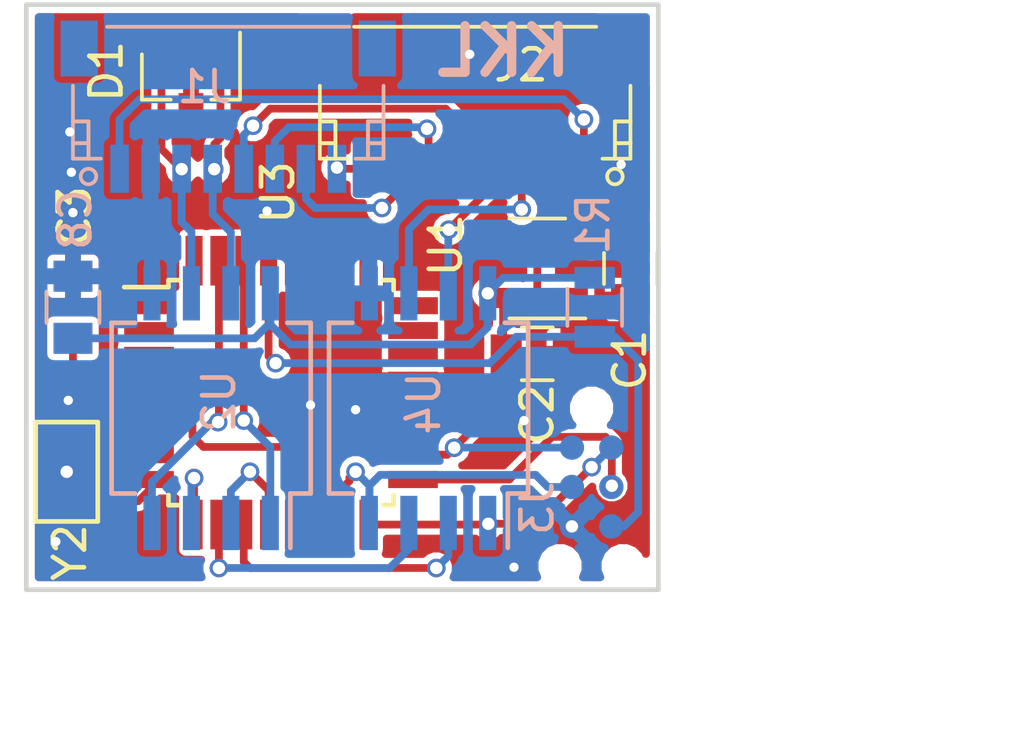
<source format=kicad_pcb>
(kicad_pcb (version 4) (host pcbnew 4.0.7)

  (general
    (links 63)
    (no_connects 0)
    (area 112.625 100.683332 154.25 129.350001)
    (thickness 1.6)
    (drawings 7)
    (tracks 187)
    (zones 0)
    (modules 26)
    (nets 41)
  )

  (page A4)
  (layers
    (0 F.Cu signal)
    (31 B.Cu signal)
    (32 B.Adhes user)
    (33 F.Adhes user)
    (34 B.Paste user)
    (35 F.Paste user)
    (36 B.SilkS user)
    (37 F.SilkS user)
    (38 B.Mask user)
    (39 F.Mask user)
    (40 Dwgs.User user)
    (41 Cmts.User user)
    (42 Eco1.User user)
    (43 Eco2.User user)
    (44 Edge.Cuts user)
    (45 Margin user)
    (46 B.CrtYd user)
    (47 F.CrtYd user)
    (48 B.Fab user hide)
    (49 F.Fab user hide)
  )

  (setup
    (last_trace_width 0.25)
    (trace_clearance 0.2)
    (zone_clearance 0.2)
    (zone_45_only no)
    (trace_min 0.2)
    (segment_width 0.2)
    (edge_width 0.15)
    (via_size 0.6)
    (via_drill 0.4)
    (via_min_size 0.4)
    (via_min_drill 0.3)
    (uvia_size 0.3)
    (uvia_drill 0.1)
    (uvias_allowed no)
    (uvia_min_size 0.2)
    (uvia_min_drill 0.1)
    (pcb_text_width 0.3)
    (pcb_text_size 1.5 1.5)
    (mod_edge_width 0.15)
    (mod_text_size 1 1)
    (mod_text_width 0.15)
    (pad_size 0.6 0.6)
    (pad_drill 0.3)
    (pad_to_mask_clearance 0.2)
    (aux_axis_origin 0 0)
    (visible_elements 7FFCFFFF)
    (pcbplotparams
      (layerselection 0x010fc_80000001)
      (usegerberextensions true)
      (excludeedgelayer true)
      (linewidth 0.100000)
      (plotframeref false)
      (viasonmask false)
      (mode 1)
      (useauxorigin false)
      (hpglpennumber 1)
      (hpglpenspeed 20)
      (hpglpendiameter 15)
      (hpglpenoverlay 2)
      (psnegative false)
      (psa4output false)
      (plotreference true)
      (plotvalue true)
      (plotinvisibletext false)
      (padsonsilk false)
      (subtractmaskfromsilk false)
      (outputformat 1)
      (mirror false)
      (drillshape 0)
      (scaleselection 1)
      (outputdirectory OCM40_modbus_board_Gerber/))
  )

  (net 0 "")
  (net 1 +24V)
  (net 2 GND)
  (net 3 +5V)
  (net 4 "Net-(C6-Pad2)")
  (net 5 "Net-(C7-Pad2)")
  (net 6 "Net-(D1-Pad1)")
  (net 7 "Net-(D1-Pad2)")
  (net 8 /RS-422-A)
  (net 9 /RS-422-B)
  (net 10 /RS-422-Z)
  (net 11 /RS-422-Y)
  (net 12 "Net-(J2-Pad3)")
  (net 13 "Net-(J2-Pad4)")
  (net 14 /RX1/MISO)
  (net 15 /SCK)
  (net 16 /TX1/MOSI)
  (net 17 /RESET)
  (net 18 "Net-(U1-Pad4)")
  (net 19 /RX0)
  (net 20 /PD5)
  (net 21 /PD4)
  (net 22 /TX0)
  (net 23 "Net-(U3-Pad1)")
  (net 24 "Net-(U3-Pad3)")
  (net 25 "Net-(U3-Pad6)")
  (net 26 /PD6)
  (net 27 /PD7)
  (net 28 "Net-(U3-Pad13)")
  (net 29 "Net-(U3-Pad14)")
  (net 30 "Net-(U3-Pad19)")
  (net 31 "Net-(U3-Pad20)")
  (net 32 "Net-(U3-Pad22)")
  (net 33 "Net-(U3-Pad23)")
  (net 34 "Net-(U3-Pad24)")
  (net 35 "Net-(U3-Pad25)")
  (net 36 "Net-(U3-Pad26)")
  (net 37 "Net-(U3-Pad27)")
  (net 38 "Net-(U3-Pad28)")
  (net 39 "Net-(U3-Pad32)")
  (net 40 "Net-(U3-Pad2)")

  (net_class Default "This is the default net class."
    (clearance 0.2)
    (trace_width 0.25)
    (via_dia 0.6)
    (via_drill 0.4)
    (uvia_dia 0.3)
    (uvia_drill 0.1)
    (add_net /PD4)
    (add_net /PD5)
    (add_net /PD6)
    (add_net /PD7)
    (add_net /RESET)
    (add_net /RS-422-A)
    (add_net /RS-422-B)
    (add_net /RS-422-Y)
    (add_net /RS-422-Z)
    (add_net /RX0)
    (add_net /RX1/MISO)
    (add_net /SCK)
    (add_net /TX0)
    (add_net /TX1/MOSI)
    (add_net GND)
    (add_net "Net-(C6-Pad2)")
    (add_net "Net-(C7-Pad2)")
    (add_net "Net-(D1-Pad1)")
    (add_net "Net-(D1-Pad2)")
    (add_net "Net-(J2-Pad3)")
    (add_net "Net-(J2-Pad4)")
    (add_net "Net-(U1-Pad4)")
    (add_net "Net-(U3-Pad1)")
    (add_net "Net-(U3-Pad13)")
    (add_net "Net-(U3-Pad14)")
    (add_net "Net-(U3-Pad19)")
    (add_net "Net-(U3-Pad2)")
    (add_net "Net-(U3-Pad20)")
    (add_net "Net-(U3-Pad22)")
    (add_net "Net-(U3-Pad23)")
    (add_net "Net-(U3-Pad24)")
    (add_net "Net-(U3-Pad25)")
    (add_net "Net-(U3-Pad26)")
    (add_net "Net-(U3-Pad27)")
    (add_net "Net-(U3-Pad28)")
    (add_net "Net-(U3-Pad3)")
    (add_net "Net-(U3-Pad32)")
    (add_net "Net-(U3-Pad6)")
  )

  (net_class Power ""
    (clearance 0.2)
    (trace_width 0.25)
    (via_dia 0.6)
    (via_drill 0.4)
    (uvia_dia 0.3)
    (uvia_drill 0.1)
    (add_net +24V)
    (add_net +5V)
  )

  (module kenneth:via_0.6mm (layer F.Cu) (tedit 5E7DDA52) (tstamp 5E7DE826)
    (at 134 121.875)
    (fp_text reference REF** (at 0.3 1.9) (layer F.SilkS) hide
      (effects (font (size 1 1) (thickness 0.15)))
    )
    (fp_text value via_0.6mm (at 0 -2.2) (layer F.Fab) hide
      (effects (font (size 1 1) (thickness 0.15)))
    )
    (pad 1 thru_hole circle (at 0 0) (size 0.6 0.6) (drill 0.3) (layers *.Cu)
      (net 2 GND) (zone_connect 2))
  )

  (module kenneth:via_0.6mm (layer F.Cu) (tedit 5E7DDA52) (tstamp 5E7DE0C5)
    (at 137.45 108.9)
    (fp_text reference REF** (at 0.3 1.9) (layer F.SilkS) hide
      (effects (font (size 1 1) (thickness 0.15)))
    )
    (fp_text value via_0.6mm (at 0 -2.2) (layer F.Fab) hide
      (effects (font (size 1 1) (thickness 0.15)))
    )
    (pad 1 thru_hole circle (at 0 0) (size 0.6 0.6) (drill 0.3) (layers *.Cu)
      (net 2 GND) (zone_connect 2))
  )

  (module kenneth:via_0.6mm (layer F.Cu) (tedit 5E7DDA52) (tstamp 5E7DE090)
    (at 132.575 105.35)
    (fp_text reference REF** (at 0.3 1.9) (layer F.SilkS) hide
      (effects (font (size 1 1) (thickness 0.15)))
    )
    (fp_text value via_0.6mm (at 0 -2.2) (layer F.Fab) hide
      (effects (font (size 1 1) (thickness 0.15)))
    )
    (pad 1 thru_hole circle (at 0 0) (size 0.6 0.6) (drill 0.3) (layers *.Cu)
      (net 2 GND) (zone_connect 2))
  )

  (module kenneth:via_0.6mm (layer F.Cu) (tedit 5E7DDA52) (tstamp 5E7DE05C)
    (at 134.325 117.15)
    (fp_text reference REF** (at 0.3 1.9) (layer F.SilkS) hide
      (effects (font (size 1 1) (thickness 0.15)))
    )
    (fp_text value via_0.6mm (at 0 -2.2) (layer F.Fab) hide
      (effects (font (size 1 1) (thickness 0.15)))
    )
    (pad 1 thru_hole circle (at 0 0) (size 0.6 0.6) (drill 0.3) (layers *.Cu)
      (net 2 GND) (zone_connect 2))
  )

  (module kenneth:via_0.6mm (layer F.Cu) (tedit 5E7DDA52) (tstamp 5E7DE058)
    (at 127.45 116.65)
    (fp_text reference REF** (at 0.3 1.9) (layer F.SilkS) hide
      (effects (font (size 1 1) (thickness 0.15)))
    )
    (fp_text value via_0.6mm (at 0 -2.2) (layer F.Fab) hide
      (effects (font (size 1 1) (thickness 0.15)))
    )
    (pad 1 thru_hole circle (at 0 0) (size 0.6 0.6) (drill 0.3) (layers *.Cu)
      (net 2 GND) (zone_connect 2))
  )

  (module kenneth:via_0.6mm (layer F.Cu) (tedit 5E7DDA52) (tstamp 5E7DE04B)
    (at 128.9 116.8)
    (fp_text reference REF** (at 0.3 1.9) (layer F.SilkS) hide
      (effects (font (size 1 1) (thickness 0.15)))
    )
    (fp_text value via_0.6mm (at 0 -2.2) (layer F.Fab) hide
      (effects (font (size 1 1) (thickness 0.15)))
    )
    (pad 1 thru_hole circle (at 0 0) (size 0.6 0.6) (drill 0.3) (layers *.Cu)
      (net 2 GND) (zone_connect 2))
  )

  (module kenneth:via_0.6mm (layer F.Cu) (tedit 5E7DDA52) (tstamp 5E7DE047)
    (at 126.05 110.4)
    (fp_text reference REF** (at 0.3 1.9) (layer F.SilkS) hide
      (effects (font (size 1 1) (thickness 0.15)))
    )
    (fp_text value via_0.6mm (at 0 -2.2) (layer F.Fab) hide
      (effects (font (size 1 1) (thickness 0.15)))
    )
    (pad 1 thru_hole circle (at 0 0) (size 0.6 0.6) (drill 0.3) (layers *.Cu)
      (net 2 GND) (zone_connect 2))
  )

  (module kenneth:via_0.6mm (layer F.Cu) (tedit 5E7DDA52) (tstamp 5E7DE043)
    (at 119.7 107.85)
    (fp_text reference REF** (at 0.3 1.9) (layer F.SilkS) hide
      (effects (font (size 1 1) (thickness 0.15)))
    )
    (fp_text value via_0.6mm (at 0 -2.2) (layer F.Fab) hide
      (effects (font (size 1 1) (thickness 0.15)))
    )
    (pad 1 thru_hole circle (at 0 0) (size 0.6 0.6) (drill 0.3) (layers *.Cu)
      (net 2 GND) (zone_connect 2))
  )

  (module kenneth:via_0.6mm (layer F.Cu) (tedit 5E7DDA52) (tstamp 5E7DE03F)
    (at 119.75 109.15)
    (fp_text reference REF** (at 0.3 1.9) (layer F.SilkS) hide
      (effects (font (size 1 1) (thickness 0.15)))
    )
    (fp_text value via_0.6mm (at 0 -2.2) (layer F.Fab) hide
      (effects (font (size 1 1) (thickness 0.15)))
    )
    (pad 1 thru_hole circle (at 0 0) (size 0.6 0.6) (drill 0.3) (layers *.Cu)
      (net 2 GND) (zone_connect 2))
  )

  (module kenneth:via_0.6mm (layer F.Cu) (tedit 5E7DDA52) (tstamp 5E7DE03B)
    (at 119.8 110.45)
    (fp_text reference REF** (at 0.3 1.9) (layer F.SilkS) hide
      (effects (font (size 1 1) (thickness 0.15)))
    )
    (fp_text value via_0.6mm (at 0 -2.2) (layer F.Fab) hide
      (effects (font (size 1 1) (thickness 0.15)))
    )
    (pad 1 thru_hole circle (at 0 0) (size 0.6 0.6) (drill 0.3) (layers *.Cu)
      (net 2 GND) (zone_connect 2))
  )

  (module kenneth:via_0.6mm (layer F.Cu) (tedit 5E7DDA52) (tstamp 5E7DE034)
    (at 119.65 116.5)
    (fp_text reference REF** (at 0.3 1.9) (layer F.SilkS) hide
      (effects (font (size 1 1) (thickness 0.15)))
    )
    (fp_text value via_0.6mm (at 0 -2.2) (layer F.Fab) hide
      (effects (font (size 1 1) (thickness 0.15)))
    )
    (pad 1 thru_hole circle (at 0 0) (size 0.6 0.6) (drill 0.3) (layers *.Cu)
      (net 2 GND) (zone_connect 2))
  )

  (module Capacitors_SMD:C_0805 (layer F.Cu) (tedit 5E7DE8BF) (tstamp 5E79FB02)
    (at 137.75 112.25 270)
    (descr "Capacitor SMD 0805, reflow soldering, AVX (see smccp.pdf)")
    (tags "capacitor 0805")
    (path /5E787B84)
    (attr smd)
    (fp_text reference C1 (at 2.95 0.025 270) (layer F.SilkS)
      (effects (font (size 1 1) (thickness 0.15)))
    )
    (fp_text value 10u (at 0 1.75 270) (layer F.Fab)
      (effects (font (size 1 1) (thickness 0.15)))
    )
    (fp_text user %R (at 0 -1.5 270) (layer F.Fab)
      (effects (font (size 1 1) (thickness 0.15)))
    )
    (fp_line (start -1 0.62) (end -1 -0.62) (layer F.Fab) (width 0.1))
    (fp_line (start 1 0.62) (end -1 0.62) (layer F.Fab) (width 0.1))
    (fp_line (start 1 -0.62) (end 1 0.62) (layer F.Fab) (width 0.1))
    (fp_line (start -1 -0.62) (end 1 -0.62) (layer F.Fab) (width 0.1))
    (fp_line (start 0.5 -0.85) (end -0.5 -0.85) (layer F.SilkS) (width 0.12))
    (fp_line (start -0.5 0.85) (end 0.5 0.85) (layer F.SilkS) (width 0.12))
    (fp_line (start -1.75 -0.88) (end 1.75 -0.88) (layer F.CrtYd) (width 0.05))
    (fp_line (start -1.75 -0.88) (end -1.75 0.87) (layer F.CrtYd) (width 0.05))
    (fp_line (start 1.75 0.87) (end 1.75 -0.88) (layer F.CrtYd) (width 0.05))
    (fp_line (start 1.75 0.87) (end -1.75 0.87) (layer F.CrtYd) (width 0.05))
    (pad 1 smd rect (at -1 0 270) (size 1 1.25) (layers F.Cu F.Paste F.Mask)
      (net 1 +24V))
    (pad 2 smd rect (at 1 0 270) (size 1 1.25) (layers F.Cu F.Paste F.Mask)
      (net 2 GND))
    (model Capacitors_SMD.3dshapes/C_0805.wrl
      (at (xyz 0 0 0))
      (scale (xyz 1 1 1))
      (rotate (xyz 0 0 0))
    )
  )

  (module Capacitors_SMD:C_0805 (layer F.Cu) (tedit 5E7DE91B) (tstamp 5E79FB08)
    (at 134.75 115)
    (descr "Capacitor SMD 0805, reflow soldering, AVX (see smccp.pdf)")
    (tags "capacitor 0805")
    (path /5E788246)
    (attr smd)
    (fp_text reference C2 (at 0 1.95 90) (layer F.SilkS)
      (effects (font (size 1 1) (thickness 0.15)))
    )
    (fp_text value 10u (at 0 1.75) (layer F.Fab)
      (effects (font (size 1 1) (thickness 0.15)))
    )
    (fp_text user %R (at 0 -1.5) (layer F.Fab)
      (effects (font (size 1 1) (thickness 0.15)))
    )
    (fp_line (start -1 0.62) (end -1 -0.62) (layer F.Fab) (width 0.1))
    (fp_line (start 1 0.62) (end -1 0.62) (layer F.Fab) (width 0.1))
    (fp_line (start 1 -0.62) (end 1 0.62) (layer F.Fab) (width 0.1))
    (fp_line (start -1 -0.62) (end 1 -0.62) (layer F.Fab) (width 0.1))
    (fp_line (start 0.5 -0.85) (end -0.5 -0.85) (layer F.SilkS) (width 0.12))
    (fp_line (start -0.5 0.85) (end 0.5 0.85) (layer F.SilkS) (width 0.12))
    (fp_line (start -1.75 -0.88) (end 1.75 -0.88) (layer F.CrtYd) (width 0.05))
    (fp_line (start -1.75 -0.88) (end -1.75 0.87) (layer F.CrtYd) (width 0.05))
    (fp_line (start 1.75 0.87) (end 1.75 -0.88) (layer F.CrtYd) (width 0.05))
    (fp_line (start 1.75 0.87) (end -1.75 0.87) (layer F.CrtYd) (width 0.05))
    (pad 1 smd rect (at -1 0) (size 1 1.25) (layers F.Cu F.Paste F.Mask)
      (net 3 +5V))
    (pad 2 smd rect (at 1 0) (size 1 1.25) (layers F.Cu F.Paste F.Mask)
      (net 2 GND))
    (model Capacitors_SMD.3dshapes/C_0805.wrl
      (at (xyz 0 0 0))
      (scale (xyz 1 1 1))
      (rotate (xyz 0 0 0))
    )
  )

  (module Capacitors_SMD:C_0805 (layer F.Cu) (tedit 5E7DE897) (tstamp 5E79FB0E)
    (at 119.8 113.5 90)
    (descr "Capacitor SMD 0805, reflow soldering, AVX (see smccp.pdf)")
    (tags "capacitor 0805")
    (path /5E7882B0)
    (attr smd)
    (fp_text reference C3 (at 2.925 0.05 90) (layer F.SilkS)
      (effects (font (size 1 1) (thickness 0.15)))
    )
    (fp_text value 10u (at 0 1.75 90) (layer F.Fab)
      (effects (font (size 1 1) (thickness 0.15)))
    )
    (fp_text user %R (at 0 -1.5 90) (layer F.Fab)
      (effects (font (size 1 1) (thickness 0.15)))
    )
    (fp_line (start -1 0.62) (end -1 -0.62) (layer F.Fab) (width 0.1))
    (fp_line (start 1 0.62) (end -1 0.62) (layer F.Fab) (width 0.1))
    (fp_line (start 1 -0.62) (end 1 0.62) (layer F.Fab) (width 0.1))
    (fp_line (start -1 -0.62) (end 1 -0.62) (layer F.Fab) (width 0.1))
    (fp_line (start 0.5 -0.85) (end -0.5 -0.85) (layer F.SilkS) (width 0.12))
    (fp_line (start -0.5 0.85) (end 0.5 0.85) (layer F.SilkS) (width 0.12))
    (fp_line (start -1.75 -0.88) (end 1.75 -0.88) (layer F.CrtYd) (width 0.05))
    (fp_line (start -1.75 -0.88) (end -1.75 0.87) (layer F.CrtYd) (width 0.05))
    (fp_line (start 1.75 0.87) (end 1.75 -0.88) (layer F.CrtYd) (width 0.05))
    (fp_line (start 1.75 0.87) (end -1.75 0.87) (layer F.CrtYd) (width 0.05))
    (pad 1 smd rect (at -1 0 90) (size 1 1.25) (layers F.Cu F.Paste F.Mask)
      (net 3 +5V))
    (pad 2 smd rect (at 1 0 90) (size 1 1.25) (layers F.Cu F.Paste F.Mask)
      (net 2 GND))
    (model Capacitors_SMD.3dshapes/C_0805.wrl
      (at (xyz 0 0 0))
      (scale (xyz 1 1 1))
      (rotate (xyz 0 0 0))
    )
  )

  (module Capacitors_SMD:C_0805 (layer B.Cu) (tedit 5E7DE9F8) (tstamp 5E79FB2C)
    (at 119.8 113.5 90)
    (descr "Capacitor SMD 0805, reflow soldering, AVX (see smccp.pdf)")
    (tags "capacitor 0805")
    (path /5E7A08F0)
    (attr smd)
    (fp_text reference C8 (at 2.825 0.075 90) (layer B.SilkS)
      (effects (font (size 1 1) (thickness 0.15)) (justify mirror))
    )
    (fp_text value 10u (at 0 -1.75 90) (layer B.Fab)
      (effects (font (size 1 1) (thickness 0.15)) (justify mirror))
    )
    (fp_text user %R (at 0 1.5 90) (layer B.Fab)
      (effects (font (size 1 1) (thickness 0.15)) (justify mirror))
    )
    (fp_line (start -1 -0.62) (end -1 0.62) (layer B.Fab) (width 0.1))
    (fp_line (start 1 -0.62) (end -1 -0.62) (layer B.Fab) (width 0.1))
    (fp_line (start 1 0.62) (end 1 -0.62) (layer B.Fab) (width 0.1))
    (fp_line (start -1 0.62) (end 1 0.62) (layer B.Fab) (width 0.1))
    (fp_line (start 0.5 0.85) (end -0.5 0.85) (layer B.SilkS) (width 0.12))
    (fp_line (start -0.5 -0.85) (end 0.5 -0.85) (layer B.SilkS) (width 0.12))
    (fp_line (start -1.75 0.88) (end 1.75 0.88) (layer B.CrtYd) (width 0.05))
    (fp_line (start -1.75 0.88) (end -1.75 -0.87) (layer B.CrtYd) (width 0.05))
    (fp_line (start 1.75 -0.87) (end 1.75 0.88) (layer B.CrtYd) (width 0.05))
    (fp_line (start 1.75 -0.87) (end -1.75 -0.87) (layer B.CrtYd) (width 0.05))
    (pad 1 smd rect (at -1 0 90) (size 1 1.25) (layers B.Cu B.Paste B.Mask)
      (net 3 +5V))
    (pad 2 smd rect (at 1 0 90) (size 1 1.25) (layers B.Cu B.Paste B.Mask)
      (net 2 GND))
    (model Capacitors_SMD.3dshapes/C_0805.wrl
      (at (xyz 0 0 0))
      (scale (xyz 1 1 1))
      (rotate (xyz 0 0 0))
    )
  )

  (module TO_SOT_Packages_SMD:SOT-23 (layer F.Cu) (tedit 5E7DE8B2) (tstamp 5E79FB39)
    (at 123.6 106.05 270)
    (descr "SOT-23, Standard")
    (tags SOT-23)
    (path /5E78A570)
    (attr smd)
    (fp_text reference D1 (at -0.15 2.725 270) (layer F.SilkS)
      (effects (font (size 1 1) (thickness 0.15)))
    )
    (fp_text value D_TVS_x2_AAC (at 0 2.5 270) (layer F.Fab)
      (effects (font (size 1 1) (thickness 0.15)))
    )
    (fp_text user %R (at 0 0 360) (layer F.Fab)
      (effects (font (size 0.5 0.5) (thickness 0.075)))
    )
    (fp_line (start -0.7 -0.95) (end -0.7 1.5) (layer F.Fab) (width 0.1))
    (fp_line (start -0.15 -1.52) (end 0.7 -1.52) (layer F.Fab) (width 0.1))
    (fp_line (start -0.7 -0.95) (end -0.15 -1.52) (layer F.Fab) (width 0.1))
    (fp_line (start 0.7 -1.52) (end 0.7 1.52) (layer F.Fab) (width 0.1))
    (fp_line (start -0.7 1.52) (end 0.7 1.52) (layer F.Fab) (width 0.1))
    (fp_line (start 0.76 1.58) (end 0.76 0.65) (layer F.SilkS) (width 0.12))
    (fp_line (start 0.76 -1.58) (end 0.76 -0.65) (layer F.SilkS) (width 0.12))
    (fp_line (start -1.7 -1.75) (end 1.7 -1.75) (layer F.CrtYd) (width 0.05))
    (fp_line (start 1.7 -1.75) (end 1.7 1.75) (layer F.CrtYd) (width 0.05))
    (fp_line (start 1.7 1.75) (end -1.7 1.75) (layer F.CrtYd) (width 0.05))
    (fp_line (start -1.7 1.75) (end -1.7 -1.75) (layer F.CrtYd) (width 0.05))
    (fp_line (start 0.76 -1.58) (end -1.4 -1.58) (layer F.SilkS) (width 0.12))
    (fp_line (start 0.76 1.58) (end -0.7 1.58) (layer F.SilkS) (width 0.12))
    (pad 1 smd rect (at -1 -0.95 270) (size 0.9 0.8) (layers F.Cu F.Paste F.Mask)
      (net 6 "Net-(D1-Pad1)"))
    (pad 2 smd rect (at -1 0.95 270) (size 0.9 0.8) (layers F.Cu F.Paste F.Mask)
      (net 7 "Net-(D1-Pad2)"))
    (pad 3 smd rect (at 1 0 270) (size 0.9 0.8) (layers F.Cu F.Paste F.Mask)
      (net 2 GND))
    (model ${KISYS3DMOD}/TO_SOT_Packages_SMD.3dshapes/SOT-23.wrl
      (at (xyz 0 0 0))
      (scale (xyz 1 1 1))
      (rotate (xyz 0 0 0))
    )
  )

  (module Connectors_JST:JST_SH_SM08B-SRSS-TB_08x1.00mm_Angled (layer B.Cu) (tedit 5E7DEA03) (tstamp 5E79FB47)
    (at 124.8 107.1)
    (descr http://www.jst-mfg.com/product/pdf/eng/eSH.pdf)
    (tags "connector jst sh")
    (path /5E787078)
    (attr smd)
    (fp_text reference J1 (at -0.775 -0.7) (layer B.SilkS)
      (effects (font (size 1 1) (thickness 0.15)) (justify mirror))
    )
    (fp_text value Conn_01x08 (at 0 -4.5) (layer B.Fab)
      (effects (font (size 1 1) (thickness 0.15)) (justify mirror))
    )
    (fp_circle (center -4.5 2.1875) (end -4.25 2.1875) (layer B.SilkS) (width 0.12))
    (fp_line (start -3.9 -2.6375) (end 3.9 -2.6375) (layer B.SilkS) (width 0.12))
    (fp_line (start -5 -0.7375) (end -5 1.6125) (layer B.SilkS) (width 0.12))
    (fp_line (start -5 1.6125) (end -4.1 1.6125) (layer B.SilkS) (width 0.12))
    (fp_line (start -4.5 1.6125) (end -4.5 0.4125) (layer B.SilkS) (width 0.12))
    (fp_line (start -4.5 0.4125) (end -4.5 0.4125) (layer B.SilkS) (width 0.12))
    (fp_line (start -4.5 0.4125) (end -4.5 1.6125) (layer B.SilkS) (width 0.12))
    (fp_line (start -4.5 1.6125) (end -4.5 1.6125) (layer B.SilkS) (width 0.12))
    (fp_line (start -4.5 1.1125) (end -4.5 1.1125) (layer B.SilkS) (width 0.12))
    (fp_line (start -4.5 1.1125) (end -5 1.1125) (layer B.SilkS) (width 0.12))
    (fp_line (start -5 1.1125) (end -5 1.1125) (layer B.SilkS) (width 0.12))
    (fp_line (start -5 1.1125) (end -4.5 1.1125) (layer B.SilkS) (width 0.12))
    (fp_line (start -4.5 0.4125) (end -4.5 0.4125) (layer B.SilkS) (width 0.12))
    (fp_line (start -4.5 0.4125) (end -5 0.4125) (layer B.SilkS) (width 0.12))
    (fp_line (start -5 0.4125) (end -5 0.4125) (layer B.SilkS) (width 0.12))
    (fp_line (start -5 0.4125) (end -4.5 0.4125) (layer B.SilkS) (width 0.12))
    (fp_line (start 5 -0.7375) (end 5 1.6125) (layer B.SilkS) (width 0.12))
    (fp_line (start 5 1.6125) (end 4.1 1.6125) (layer B.SilkS) (width 0.12))
    (fp_line (start 4.5 1.6125) (end 4.5 0.4125) (layer B.SilkS) (width 0.12))
    (fp_line (start 4.5 0.4125) (end 4.5 0.4125) (layer B.SilkS) (width 0.12))
    (fp_line (start 4.5 0.4125) (end 4.5 1.6125) (layer B.SilkS) (width 0.12))
    (fp_line (start 4.5 1.6125) (end 4.5 1.6125) (layer B.SilkS) (width 0.12))
    (fp_line (start 4.5 1.1125) (end 4.5 1.1125) (layer B.SilkS) (width 0.12))
    (fp_line (start 4.5 1.1125) (end 5 1.1125) (layer B.SilkS) (width 0.12))
    (fp_line (start 5 1.1125) (end 5 1.1125) (layer B.SilkS) (width 0.12))
    (fp_line (start 5 1.1125) (end 4.5 1.1125) (layer B.SilkS) (width 0.12))
    (fp_line (start 4.5 0.4125) (end 4.5 0.4125) (layer B.SilkS) (width 0.12))
    (fp_line (start 4.5 0.4125) (end 5 0.4125) (layer B.SilkS) (width 0.12))
    (fp_line (start 5 0.4125) (end 5 0.4125) (layer B.SilkS) (width 0.12))
    (fp_line (start 5 0.4125) (end 4.5 0.4125) (layer B.SilkS) (width 0.12))
    (fp_line (start -5.9 -3.35) (end -5.9 3.25) (layer B.CrtYd) (width 0.05))
    (fp_line (start -5.9 3.25) (end 5.9 3.25) (layer B.CrtYd) (width 0.05))
    (fp_line (start 5.9 3.25) (end 5.9 -3.35) (layer B.CrtYd) (width 0.05))
    (fp_line (start 5.9 -3.35) (end -5.9 -3.35) (layer B.CrtYd) (width 0.05))
    (pad 1 smd rect (at -3.5 1.9375) (size 0.6 1.55) (layers B.Cu B.Paste B.Mask)
      (net 1 +24V))
    (pad 2 smd rect (at -2.5 1.9375) (size 0.6 1.55) (layers B.Cu B.Paste B.Mask)
      (net 2 GND))
    (pad 3 smd rect (at -1.5 1.9375) (size 0.6 1.55) (layers B.Cu B.Paste B.Mask)
      (net 7 "Net-(D1-Pad2)"))
    (pad 4 smd rect (at -0.5 1.9375) (size 0.6 1.55) (layers B.Cu B.Paste B.Mask)
      (net 6 "Net-(D1-Pad1)"))
    (pad 5 smd rect (at 0.5 1.9375) (size 0.6 1.55) (layers B.Cu B.Paste B.Mask)
      (net 8 /RS-422-A))
    (pad 6 smd rect (at 1.5 1.9375) (size 0.6 1.55) (layers B.Cu B.Paste B.Mask)
      (net 9 /RS-422-B))
    (pad 7 smd rect (at 2.5 1.9375) (size 0.6 1.55) (layers B.Cu B.Paste B.Mask)
      (net 10 /RS-422-Z))
    (pad 8 smd rect (at 3.5 1.9375) (size 0.6 1.55) (layers B.Cu B.Paste B.Mask)
      (net 11 /RS-422-Y))
    (pad "" smd rect (at -4.8 -1.9375) (size 1.2 1.8) (layers B.Cu B.Paste B.Mask))
    (pad "" smd rect (at 4.8 -1.9375) (size 1.2 1.8) (layers B.Cu B.Paste B.Mask))
  )

  (module Connectors_JST:JST_SH_SM08B-SRSS-TB_08x1.00mm_Angled (layer F.Cu) (tedit 5E7DE939) (tstamp 5E79FB55)
    (at 132.75 107.1 180)
    (descr http://www.jst-mfg.com/product/pdf/eng/eSH.pdf)
    (tags "connector jst sh")
    (path /5E79DECE)
    (attr smd)
    (fp_text reference J2 (at -1.475 1.4 180) (layer F.SilkS)
      (effects (font (size 1 1) (thickness 0.15)))
    )
    (fp_text value Conn_01x08 (at 0 4.5 180) (layer F.Fab)
      (effects (font (size 1 1) (thickness 0.15)))
    )
    (fp_circle (center -4.5 -2.1875) (end -4.25 -2.1875) (layer F.SilkS) (width 0.12))
    (fp_line (start -3.9 2.6375) (end 3.9 2.6375) (layer F.SilkS) (width 0.12))
    (fp_line (start -5 0.7375) (end -5 -1.6125) (layer F.SilkS) (width 0.12))
    (fp_line (start -5 -1.6125) (end -4.1 -1.6125) (layer F.SilkS) (width 0.12))
    (fp_line (start -4.5 -1.6125) (end -4.5 -0.4125) (layer F.SilkS) (width 0.12))
    (fp_line (start -4.5 -0.4125) (end -4.5 -0.4125) (layer F.SilkS) (width 0.12))
    (fp_line (start -4.5 -0.4125) (end -4.5 -1.6125) (layer F.SilkS) (width 0.12))
    (fp_line (start -4.5 -1.6125) (end -4.5 -1.6125) (layer F.SilkS) (width 0.12))
    (fp_line (start -4.5 -1.1125) (end -4.5 -1.1125) (layer F.SilkS) (width 0.12))
    (fp_line (start -4.5 -1.1125) (end -5 -1.1125) (layer F.SilkS) (width 0.12))
    (fp_line (start -5 -1.1125) (end -5 -1.1125) (layer F.SilkS) (width 0.12))
    (fp_line (start -5 -1.1125) (end -4.5 -1.1125) (layer F.SilkS) (width 0.12))
    (fp_line (start -4.5 -0.4125) (end -4.5 -0.4125) (layer F.SilkS) (width 0.12))
    (fp_line (start -4.5 -0.4125) (end -5 -0.4125) (layer F.SilkS) (width 0.12))
    (fp_line (start -5 -0.4125) (end -5 -0.4125) (layer F.SilkS) (width 0.12))
    (fp_line (start -5 -0.4125) (end -4.5 -0.4125) (layer F.SilkS) (width 0.12))
    (fp_line (start 5 0.7375) (end 5 -1.6125) (layer F.SilkS) (width 0.12))
    (fp_line (start 5 -1.6125) (end 4.1 -1.6125) (layer F.SilkS) (width 0.12))
    (fp_line (start 4.5 -1.6125) (end 4.5 -0.4125) (layer F.SilkS) (width 0.12))
    (fp_line (start 4.5 -0.4125) (end 4.5 -0.4125) (layer F.SilkS) (width 0.12))
    (fp_line (start 4.5 -0.4125) (end 4.5 -1.6125) (layer F.SilkS) (width 0.12))
    (fp_line (start 4.5 -1.6125) (end 4.5 -1.6125) (layer F.SilkS) (width 0.12))
    (fp_line (start 4.5 -1.1125) (end 4.5 -1.1125) (layer F.SilkS) (width 0.12))
    (fp_line (start 4.5 -1.1125) (end 5 -1.1125) (layer F.SilkS) (width 0.12))
    (fp_line (start 5 -1.1125) (end 5 -1.1125) (layer F.SilkS) (width 0.12))
    (fp_line (start 5 -1.1125) (end 4.5 -1.1125) (layer F.SilkS) (width 0.12))
    (fp_line (start 4.5 -0.4125) (end 4.5 -0.4125) (layer F.SilkS) (width 0.12))
    (fp_line (start 4.5 -0.4125) (end 5 -0.4125) (layer F.SilkS) (width 0.12))
    (fp_line (start 5 -0.4125) (end 5 -0.4125) (layer F.SilkS) (width 0.12))
    (fp_line (start 5 -0.4125) (end 4.5 -0.4125) (layer F.SilkS) (width 0.12))
    (fp_line (start -5.9 3.35) (end -5.9 -3.25) (layer F.CrtYd) (width 0.05))
    (fp_line (start -5.9 -3.25) (end 5.9 -3.25) (layer F.CrtYd) (width 0.05))
    (fp_line (start 5.9 -3.25) (end 5.9 3.35) (layer F.CrtYd) (width 0.05))
    (fp_line (start 5.9 3.35) (end -5.9 3.35) (layer F.CrtYd) (width 0.05))
    (pad 1 smd rect (at -3.5 -1.9375 180) (size 0.6 1.55) (layers F.Cu F.Paste F.Mask)
      (net 1 +24V))
    (pad 2 smd rect (at -2.5 -1.9375 180) (size 0.6 1.55) (layers F.Cu F.Paste F.Mask)
      (net 2 GND))
    (pad 3 smd rect (at -1.5 -1.9375 180) (size 0.6 1.55) (layers F.Cu F.Paste F.Mask)
      (net 12 "Net-(J2-Pad3)"))
    (pad 4 smd rect (at -0.5 -1.9375 180) (size 0.6 1.55) (layers F.Cu F.Paste F.Mask)
      (net 13 "Net-(J2-Pad4)"))
    (pad 5 smd rect (at 0.5 -1.9375 180) (size 0.6 1.55) (layers F.Cu F.Paste F.Mask)
      (net 8 /RS-422-A))
    (pad 6 smd rect (at 1.5 -1.9375 180) (size 0.6 1.55) (layers F.Cu F.Paste F.Mask)
      (net 9 /RS-422-B))
    (pad 7 smd rect (at 2.5 -1.9375 180) (size 0.6 1.55) (layers F.Cu F.Paste F.Mask)
      (net 10 /RS-422-Z))
    (pad 8 smd rect (at 3.5 -1.9375 180) (size 0.6 1.55) (layers F.Cu F.Paste F.Mask)
      (net 11 /RS-422-Y))
    (pad "" smd rect (at -4.8 1.9375 180) (size 1.2 1.8) (layers F.Cu F.Paste F.Mask))
    (pad "" smd rect (at 4.8 1.9375 180) (size 1.2 1.8) (layers F.Cu F.Paste F.Mask))
  )

  (module kasper:TC2030_CJC_programmer (layer B.Cu) (tedit 5E7DE996) (tstamp 5E79FB62)
    (at 136.5 116.75 270)
    (path /5E789712)
    (fp_text reference J3 (at 3.225 1.75 270) (layer B.SilkS)
      (effects (font (size 1 1) (thickness 0.15)) (justify mirror))
    )
    (fp_text value Conn_02x03_Odd_Even (at 1.9 1.8 270) (layer B.Fab)
      (effects (font (size 1 1) (thickness 0.15)) (justify mirror))
    )
    (pad "" np_thru_hole circle (at 0 0 270) (size 0.991 0.991) (drill 0.991) (layers *.Cu))
    (pad "" np_thru_hole circle (at 5.08 -1.016 270) (size 0.991 0.991) (drill 0.991) (layers *.Cu))
    (pad "" np_thru_hole circle (at 5.08 1.016 270) (size 0.991 0.991) (drill 0.991) (layers *.Cu))
    (pad 1 smd circle (at 1.27 -0.635 270) (size 0.787 0.787) (layers B.Cu B.Mask)
      (net 14 /RX1/MISO))
    (pad 2 smd circle (at 1.27 0.635 270) (size 0.787 0.787) (layers B.Cu B.Mask)
      (net 3 +5V))
    (pad 3 smd circle (at 2.54 -0.635 270) (size 0.787 0.787) (layers B.Cu B.Mask)
      (net 15 /SCK))
    (pad 4 smd circle (at 2.54 0.635 270) (size 0.787 0.787) (layers B.Cu B.Mask)
      (net 16 /TX1/MOSI))
    (pad 5 smd circle (at 3.81 -0.635 270) (size 0.787 0.787) (layers B.Cu B.Mask)
      (net 17 /RESET))
    (pad 6 smd circle (at 3.81 0.635 270) (size 0.787 0.787) (layers B.Cu B.Mask)
      (net 2 GND))
  )

  (module Resistors_SMD:R_0805 (layer B.Cu) (tedit 5E7DE9F3) (tstamp 5E79FB68)
    (at 136.6 113.5 270)
    (descr "Resistor SMD 0805, reflow soldering, Vishay (see dcrcw.pdf)")
    (tags "resistor 0805")
    (path /5E78865F)
    (attr smd)
    (fp_text reference R1 (at -2.675 0.05 270) (layer B.SilkS)
      (effects (font (size 1 1) (thickness 0.15)) (justify mirror))
    )
    (fp_text value R (at 0 -1.75 270) (layer B.Fab)
      (effects (font (size 1 1) (thickness 0.15)) (justify mirror))
    )
    (fp_text user %R (at 0 0 270) (layer B.Fab)
      (effects (font (size 0.5 0.5) (thickness 0.075)) (justify mirror))
    )
    (fp_line (start -1 -0.62) (end -1 0.62) (layer B.Fab) (width 0.1))
    (fp_line (start 1 -0.62) (end -1 -0.62) (layer B.Fab) (width 0.1))
    (fp_line (start 1 0.62) (end 1 -0.62) (layer B.Fab) (width 0.1))
    (fp_line (start -1 0.62) (end 1 0.62) (layer B.Fab) (width 0.1))
    (fp_line (start 0.6 -0.88) (end -0.6 -0.88) (layer B.SilkS) (width 0.12))
    (fp_line (start -0.6 0.88) (end 0.6 0.88) (layer B.SilkS) (width 0.12))
    (fp_line (start -1.55 0.9) (end 1.55 0.9) (layer B.CrtYd) (width 0.05))
    (fp_line (start -1.55 0.9) (end -1.55 -0.9) (layer B.CrtYd) (width 0.05))
    (fp_line (start 1.55 -0.9) (end 1.55 0.9) (layer B.CrtYd) (width 0.05))
    (fp_line (start 1.55 -0.9) (end -1.55 -0.9) (layer B.CrtYd) (width 0.05))
    (pad 1 smd rect (at -0.95 0 270) (size 0.7 1.3) (layers B.Cu B.Paste B.Mask)
      (net 3 +5V))
    (pad 2 smd rect (at 0.95 0 270) (size 0.7 1.3) (layers B.Cu B.Paste B.Mask)
      (net 17 /RESET))
    (model ${KISYS3DMOD}/Resistors_SMD.3dshapes/R_0805.wrl
      (at (xyz 0 0 0))
      (scale (xyz 1 1 1))
      (rotate (xyz 0 0 0))
    )
  )

  (module TO_SOT_Packages_SMD:SOT-23-5 (layer F.Cu) (tedit 5E7DE922) (tstamp 5E79FB71)
    (at 134.75 112.25 180)
    (descr "5-pin SOT23 package")
    (tags SOT-23-5)
    (path /5E79FA7A)
    (attr smd)
    (fp_text reference U1 (at 2.95 0.75 270) (layer F.SilkS)
      (effects (font (size 1 1) (thickness 0.15)))
    )
    (fp_text value AP2204K-5.0 (at 0 2.9 180) (layer F.Fab)
      (effects (font (size 1 1) (thickness 0.15)))
    )
    (fp_text user %R (at 0 0 270) (layer F.Fab)
      (effects (font (size 0.5 0.5) (thickness 0.075)))
    )
    (fp_line (start -0.9 1.61) (end 0.9 1.61) (layer F.SilkS) (width 0.12))
    (fp_line (start 0.9 -1.61) (end -1.55 -1.61) (layer F.SilkS) (width 0.12))
    (fp_line (start -1.9 -1.8) (end 1.9 -1.8) (layer F.CrtYd) (width 0.05))
    (fp_line (start 1.9 -1.8) (end 1.9 1.8) (layer F.CrtYd) (width 0.05))
    (fp_line (start 1.9 1.8) (end -1.9 1.8) (layer F.CrtYd) (width 0.05))
    (fp_line (start -1.9 1.8) (end -1.9 -1.8) (layer F.CrtYd) (width 0.05))
    (fp_line (start -0.9 -0.9) (end -0.25 -1.55) (layer F.Fab) (width 0.1))
    (fp_line (start 0.9 -1.55) (end -0.25 -1.55) (layer F.Fab) (width 0.1))
    (fp_line (start -0.9 -0.9) (end -0.9 1.55) (layer F.Fab) (width 0.1))
    (fp_line (start 0.9 1.55) (end -0.9 1.55) (layer F.Fab) (width 0.1))
    (fp_line (start 0.9 -1.55) (end 0.9 1.55) (layer F.Fab) (width 0.1))
    (pad 1 smd rect (at -1.1 -0.95 180) (size 1.06 0.65) (layers F.Cu F.Paste F.Mask)
      (net 1 +24V))
    (pad 2 smd rect (at -1.1 0 180) (size 1.06 0.65) (layers F.Cu F.Paste F.Mask)
      (net 2 GND))
    (pad 3 smd rect (at -1.1 0.95 180) (size 1.06 0.65) (layers F.Cu F.Paste F.Mask)
      (net 1 +24V))
    (pad 4 smd rect (at 1.1 0.95 180) (size 1.06 0.65) (layers F.Cu F.Paste F.Mask)
      (net 18 "Net-(U1-Pad4)"))
    (pad 5 smd rect (at 1.1 -0.95 180) (size 1.06 0.65) (layers F.Cu F.Paste F.Mask)
      (net 3 +5V))
    (model ${KISYS3DMOD}/TO_SOT_Packages_SMD.3dshapes/SOT-23-5.wrl
      (at (xyz 0 0 0))
      (scale (xyz 1 1 1))
      (rotate (xyz 0 0 0))
    )
  )

  (module Housings_SOIC:SO-8_5.3x6.2mm_Pitch1.27mm (layer B.Cu) (tedit 5E7DE98A) (tstamp 5E79FB7D)
    (at 124.25 116.75 90)
    (descr "8-Lead Plastic Small Outline, 5.3x6.2mm Body (http://www.ti.com.cn/cn/lit/ds/symlink/tl7705a.pdf)")
    (tags "SOIC 1.27")
    (path /5E7877C0)
    (attr smd)
    (fp_text reference U2 (at 0.225 0.25 90) (layer B.SilkS)
      (effects (font (size 1 1) (thickness 0.15)) (justify mirror))
    )
    (fp_text value SN65LBC176D (at 0 -4.13 90) (layer B.Fab)
      (effects (font (size 1 1) (thickness 0.15)) (justify mirror))
    )
    (fp_text user %R (at 0 0 90) (layer B.Fab)
      (effects (font (size 1 1) (thickness 0.15)) (justify mirror))
    )
    (fp_line (start -1.65 3.1) (end 2.65 3.1) (layer B.Fab) (width 0.15))
    (fp_line (start 2.65 3.1) (end 2.65 -3.1) (layer B.Fab) (width 0.15))
    (fp_line (start 2.65 -3.1) (end -2.65 -3.1) (layer B.Fab) (width 0.15))
    (fp_line (start -2.65 -3.1) (end -2.65 2.1) (layer B.Fab) (width 0.15))
    (fp_line (start -2.65 2.1) (end -1.65 3.1) (layer B.Fab) (width 0.15))
    (fp_line (start -4.83 3.35) (end -4.83 -3.35) (layer B.CrtYd) (width 0.05))
    (fp_line (start 4.83 3.35) (end 4.83 -3.35) (layer B.CrtYd) (width 0.05))
    (fp_line (start -4.83 3.35) (end 4.83 3.35) (layer B.CrtYd) (width 0.05))
    (fp_line (start -4.83 -3.35) (end 4.83 -3.35) (layer B.CrtYd) (width 0.05))
    (fp_line (start -2.75 3.205) (end -2.75 2.55) (layer B.SilkS) (width 0.15))
    (fp_line (start 2.75 3.205) (end 2.75 2.455) (layer B.SilkS) (width 0.15))
    (fp_line (start 2.75 -3.205) (end 2.75 -2.455) (layer B.SilkS) (width 0.15))
    (fp_line (start -2.75 -3.205) (end -2.75 -2.455) (layer B.SilkS) (width 0.15))
    (fp_line (start -2.75 3.205) (end 2.75 3.205) (layer B.SilkS) (width 0.15))
    (fp_line (start -2.75 -3.205) (end 2.75 -3.205) (layer B.SilkS) (width 0.15))
    (fp_line (start -2.75 2.55) (end -4.5 2.55) (layer B.SilkS) (width 0.15))
    (pad 1 smd rect (at -3.7 1.905 90) (size 1.75 0.55) (layers B.Cu B.Paste B.Mask)
      (net 19 /RX0))
    (pad 2 smd rect (at -3.7 0.635 90) (size 1.75 0.55) (layers B.Cu B.Paste B.Mask)
      (net 20 /PD5))
    (pad 3 smd rect (at -3.7 -0.635 90) (size 1.75 0.55) (layers B.Cu B.Paste B.Mask)
      (net 21 /PD4))
    (pad 4 smd rect (at -3.7 -1.905 90) (size 1.75 0.55) (layers B.Cu B.Paste B.Mask)
      (net 22 /TX0))
    (pad 5 smd rect (at 3.7 -1.905 90) (size 1.75 0.55) (layers B.Cu B.Paste B.Mask)
      (net 2 GND))
    (pad 6 smd rect (at 3.7 -0.635 90) (size 1.75 0.55) (layers B.Cu B.Paste B.Mask)
      (net 7 "Net-(D1-Pad2)"))
    (pad 7 smd rect (at 3.7 0.635 90) (size 1.75 0.55) (layers B.Cu B.Paste B.Mask)
      (net 6 "Net-(D1-Pad1)"))
    (pad 8 smd rect (at 3.7 1.905 90) (size 1.75 0.55) (layers B.Cu B.Paste B.Mask)
      (net 3 +5V))
    (model ${KISYS3DMOD}/Housings_SOIC.3dshapes/SO-8_5.3x6.2mm_Pitch1.27mm.wrl
      (at (xyz 0 0 0))
      (scale (xyz 1 1 1))
      (rotate (xyz 0 0 0))
    )
  )

  (module Housings_QFP:TQFP-32_7x7mm_Pitch0.8mm (layer F.Cu) (tedit 5E7DE8B7) (tstamp 5E79FBA1)
    (at 126.5 116.25)
    (descr "32-Lead Plastic Thin Quad Flatpack (PT) - 7x7x1.0 mm Body, 2.00 mm [TQFP] (see Microchip Packaging Specification 00000049BS.pdf)")
    (tags "QFP 0.8")
    (path /5E786D53)
    (attr smd)
    (fp_text reference U3 (at -0.1 -6.45 90) (layer F.SilkS)
      (effects (font (size 1 1) (thickness 0.15)))
    )
    (fp_text value ATMEGA328PB-AU (at 0 6.05) (layer F.Fab)
      (effects (font (size 1 1) (thickness 0.15)))
    )
    (fp_text user %R (at 0 0) (layer F.Fab)
      (effects (font (size 1 1) (thickness 0.15)))
    )
    (fp_line (start -2.5 -3.5) (end 3.5 -3.5) (layer F.Fab) (width 0.15))
    (fp_line (start 3.5 -3.5) (end 3.5 3.5) (layer F.Fab) (width 0.15))
    (fp_line (start 3.5 3.5) (end -3.5 3.5) (layer F.Fab) (width 0.15))
    (fp_line (start -3.5 3.5) (end -3.5 -2.5) (layer F.Fab) (width 0.15))
    (fp_line (start -3.5 -2.5) (end -2.5 -3.5) (layer F.Fab) (width 0.15))
    (fp_line (start -5.3 -5.3) (end -5.3 5.3) (layer F.CrtYd) (width 0.05))
    (fp_line (start 5.3 -5.3) (end 5.3 5.3) (layer F.CrtYd) (width 0.05))
    (fp_line (start -5.3 -5.3) (end 5.3 -5.3) (layer F.CrtYd) (width 0.05))
    (fp_line (start -5.3 5.3) (end 5.3 5.3) (layer F.CrtYd) (width 0.05))
    (fp_line (start -3.625 -3.625) (end -3.625 -3.4) (layer F.SilkS) (width 0.15))
    (fp_line (start 3.625 -3.625) (end 3.625 -3.3) (layer F.SilkS) (width 0.15))
    (fp_line (start 3.625 3.625) (end 3.625 3.3) (layer F.SilkS) (width 0.15))
    (fp_line (start -3.625 3.625) (end -3.625 3.3) (layer F.SilkS) (width 0.15))
    (fp_line (start -3.625 -3.625) (end -3.3 -3.625) (layer F.SilkS) (width 0.15))
    (fp_line (start -3.625 3.625) (end -3.3 3.625) (layer F.SilkS) (width 0.15))
    (fp_line (start 3.625 3.625) (end 3.3 3.625) (layer F.SilkS) (width 0.15))
    (fp_line (start 3.625 -3.625) (end 3.3 -3.625) (layer F.SilkS) (width 0.15))
    (fp_line (start -3.625 -3.4) (end -5.05 -3.4) (layer F.SilkS) (width 0.15))
    (pad 1 smd rect (at -4.25 -2.8) (size 1.6 0.55) (layers F.Cu F.Paste F.Mask)
      (net 23 "Net-(U3-Pad1)"))
    (pad 2 smd rect (at -4.25 -2) (size 1.6 0.55) (layers F.Cu F.Paste F.Mask)
      (net 40 "Net-(U3-Pad2)"))
    (pad 3 smd rect (at -4.25 -1.2) (size 1.6 0.55) (layers F.Cu F.Paste F.Mask)
      (net 24 "Net-(U3-Pad3)"))
    (pad 4 smd rect (at -4.25 -0.4) (size 1.6 0.55) (layers F.Cu F.Paste F.Mask)
      (net 3 +5V))
    (pad 5 smd rect (at -4.25 0.4) (size 1.6 0.55) (layers F.Cu F.Paste F.Mask)
      (net 2 GND))
    (pad 6 smd rect (at -4.25 1.2) (size 1.6 0.55) (layers F.Cu F.Paste F.Mask)
      (net 25 "Net-(U3-Pad6)"))
    (pad 7 smd rect (at -4.25 2) (size 1.6 0.55) (layers F.Cu F.Paste F.Mask)
      (net 5 "Net-(C7-Pad2)"))
    (pad 8 smd rect (at -4.25 2.8) (size 1.6 0.55) (layers F.Cu F.Paste F.Mask)
      (net 4 "Net-(C6-Pad2)"))
    (pad 9 smd rect (at -2.8 4.25 90) (size 1.6 0.55) (layers F.Cu F.Paste F.Mask)
      (net 21 /PD4))
    (pad 10 smd rect (at -2 4.25 90) (size 1.6 0.55) (layers F.Cu F.Paste F.Mask)
      (net 26 /PD6))
    (pad 11 smd rect (at -1.2 4.25 90) (size 1.6 0.55) (layers F.Cu F.Paste F.Mask)
      (net 27 /PD7))
    (pad 12 smd rect (at -0.4 4.25 90) (size 1.6 0.55) (layers F.Cu F.Paste F.Mask)
      (net 20 /PD5))
    (pad 13 smd rect (at 0.4 4.25 90) (size 1.6 0.55) (layers F.Cu F.Paste F.Mask)
      (net 28 "Net-(U3-Pad13)"))
    (pad 14 smd rect (at 1.2 4.25 90) (size 1.6 0.55) (layers F.Cu F.Paste F.Mask)
      (net 29 "Net-(U3-Pad14)"))
    (pad 15 smd rect (at 2 4.25 90) (size 1.6 0.55) (layers F.Cu F.Paste F.Mask)
      (net 16 /TX1/MOSI))
    (pad 16 smd rect (at 2.8 4.25 90) (size 1.6 0.55) (layers F.Cu F.Paste F.Mask)
      (net 14 /RX1/MISO))
    (pad 17 smd rect (at 4.25 2.8) (size 1.6 0.55) (layers F.Cu F.Paste F.Mask)
      (net 15 /SCK))
    (pad 18 smd rect (at 4.25 2) (size 1.6 0.55) (layers F.Cu F.Paste F.Mask)
      (net 3 +5V))
    (pad 19 smd rect (at 4.25 1.2) (size 1.6 0.55) (layers F.Cu F.Paste F.Mask)
      (net 30 "Net-(U3-Pad19)"))
    (pad 20 smd rect (at 4.25 0.4) (size 1.6 0.55) (layers F.Cu F.Paste F.Mask)
      (net 31 "Net-(U3-Pad20)"))
    (pad 21 smd rect (at 4.25 -0.4) (size 1.6 0.55) (layers F.Cu F.Paste F.Mask)
      (net 2 GND))
    (pad 22 smd rect (at 4.25 -1.2) (size 1.6 0.55) (layers F.Cu F.Paste F.Mask)
      (net 32 "Net-(U3-Pad22)"))
    (pad 23 smd rect (at 4.25 -2) (size 1.6 0.55) (layers F.Cu F.Paste F.Mask)
      (net 33 "Net-(U3-Pad23)"))
    (pad 24 smd rect (at 4.25 -2.8) (size 1.6 0.55) (layers F.Cu F.Paste F.Mask)
      (net 34 "Net-(U3-Pad24)"))
    (pad 25 smd rect (at 2.8 -4.25 90) (size 1.6 0.55) (layers F.Cu F.Paste F.Mask)
      (net 35 "Net-(U3-Pad25)"))
    (pad 26 smd rect (at 2 -4.25 90) (size 1.6 0.55) (layers F.Cu F.Paste F.Mask)
      (net 36 "Net-(U3-Pad26)"))
    (pad 27 smd rect (at 1.2 -4.25 90) (size 1.6 0.55) (layers F.Cu F.Paste F.Mask)
      (net 37 "Net-(U3-Pad27)"))
    (pad 28 smd rect (at 0.4 -4.25 90) (size 1.6 0.55) (layers F.Cu F.Paste F.Mask)
      (net 38 "Net-(U3-Pad28)"))
    (pad 29 smd rect (at -0.4 -4.25 90) (size 1.6 0.55) (layers F.Cu F.Paste F.Mask)
      (net 17 /RESET))
    (pad 30 smd rect (at -1.2 -4.25 90) (size 1.6 0.55) (layers F.Cu F.Paste F.Mask)
      (net 19 /RX0))
    (pad 31 smd rect (at -2 -4.25 90) (size 1.6 0.55) (layers F.Cu F.Paste F.Mask)
      (net 22 /TX0))
    (pad 32 smd rect (at -2.8 -4.25 90) (size 1.6 0.55) (layers F.Cu F.Paste F.Mask)
      (net 39 "Net-(U3-Pad32)"))
    (model ${KISYS3DMOD}/Housings_QFP.3dshapes/TQFP-32_7x7mm_Pitch0.8mm.wrl
      (at (xyz 0 0 0))
      (scale (xyz 1 1 1))
      (rotate (xyz 0 0 0))
    )
  )

  (module Housings_SOIC:SO-8_5.3x6.2mm_Pitch1.27mm (layer B.Cu) (tedit 5E7DE98D) (tstamp 5E79FBAD)
    (at 131.25 116.75 90)
    (descr "8-Lead Plastic Small Outline, 5.3x6.2mm Body (http://www.ti.com.cn/cn/lit/ds/symlink/tl7705a.pdf)")
    (tags "SOIC 1.27")
    (path /5E79DED4)
    (attr smd)
    (fp_text reference U4 (at 0.15 -0.15 90) (layer B.SilkS)
      (effects (font (size 1 1) (thickness 0.15)) (justify mirror))
    )
    (fp_text value SN65LBC176D (at 0 -4.13 90) (layer B.Fab)
      (effects (font (size 1 1) (thickness 0.15)) (justify mirror))
    )
    (fp_text user %R (at 0 0 90) (layer B.Fab)
      (effects (font (size 1 1) (thickness 0.15)) (justify mirror))
    )
    (fp_line (start -1.65 3.1) (end 2.65 3.1) (layer B.Fab) (width 0.15))
    (fp_line (start 2.65 3.1) (end 2.65 -3.1) (layer B.Fab) (width 0.15))
    (fp_line (start 2.65 -3.1) (end -2.65 -3.1) (layer B.Fab) (width 0.15))
    (fp_line (start -2.65 -3.1) (end -2.65 2.1) (layer B.Fab) (width 0.15))
    (fp_line (start -2.65 2.1) (end -1.65 3.1) (layer B.Fab) (width 0.15))
    (fp_line (start -4.83 3.35) (end -4.83 -3.35) (layer B.CrtYd) (width 0.05))
    (fp_line (start 4.83 3.35) (end 4.83 -3.35) (layer B.CrtYd) (width 0.05))
    (fp_line (start -4.83 3.35) (end 4.83 3.35) (layer B.CrtYd) (width 0.05))
    (fp_line (start -4.83 -3.35) (end 4.83 -3.35) (layer B.CrtYd) (width 0.05))
    (fp_line (start -2.75 3.205) (end -2.75 2.55) (layer B.SilkS) (width 0.15))
    (fp_line (start 2.75 3.205) (end 2.75 2.455) (layer B.SilkS) (width 0.15))
    (fp_line (start 2.75 -3.205) (end 2.75 -2.455) (layer B.SilkS) (width 0.15))
    (fp_line (start -2.75 -3.205) (end -2.75 -2.455) (layer B.SilkS) (width 0.15))
    (fp_line (start -2.75 3.205) (end 2.75 3.205) (layer B.SilkS) (width 0.15))
    (fp_line (start -2.75 -3.205) (end 2.75 -3.205) (layer B.SilkS) (width 0.15))
    (fp_line (start -2.75 2.55) (end -4.5 2.55) (layer B.SilkS) (width 0.15))
    (pad 1 smd rect (at -3.7 1.905 90) (size 1.75 0.55) (layers B.Cu B.Paste B.Mask)
      (net 14 /RX1/MISO))
    (pad 2 smd rect (at -3.7 0.635 90) (size 1.75 0.55) (layers B.Cu B.Paste B.Mask)
      (net 27 /PD7))
    (pad 3 smd rect (at -3.7 -0.635 90) (size 1.75 0.55) (layers B.Cu B.Paste B.Mask)
      (net 26 /PD6))
    (pad 4 smd rect (at -3.7 -1.905 90) (size 1.75 0.55) (layers B.Cu B.Paste B.Mask)
      (net 16 /TX1/MOSI))
    (pad 5 smd rect (at 3.7 -1.905 90) (size 1.75 0.55) (layers B.Cu B.Paste B.Mask)
      (net 2 GND))
    (pad 6 smd rect (at 3.7 -0.635 90) (size 1.75 0.55) (layers B.Cu B.Paste B.Mask)
      (net 12 "Net-(J2-Pad3)"))
    (pad 7 smd rect (at 3.7 0.635 90) (size 1.75 0.55) (layers B.Cu B.Paste B.Mask)
      (net 13 "Net-(J2-Pad4)"))
    (pad 8 smd rect (at 3.7 1.905 90) (size 1.75 0.55) (layers B.Cu B.Paste B.Mask)
      (net 3 +5V))
    (model ${KISYS3DMOD}/Housings_SOIC.3dshapes/SO-8_5.3x6.2mm_Pitch1.27mm.wrl
      (at (xyz 0 0 0))
      (scale (xyz 1 1 1))
      (rotate (xyz 0 0 0))
    )
  )

  (module kenneth:Crystal_CSTCE16M0V53-RO (layer F.Cu) (tedit 5E7DE892) (tstamp 5E79FBBA)
    (at 119.6 119.75 90)
    (path /5E787114)
    (fp_text reference Y2 (at -1.65 0.1 90) (layer F.SilkS)
      (effects (font (size 1 1) (thickness 0.15)))
    )
    (fp_text value Crystal_GND2 (at 0.5 -6 90) (layer F.Fab)
      (effects (font (size 1 1) (thickness 0.15)))
    )
    (fp_line (start 2.55 1) (end -0.65 1) (layer F.SilkS) (width 0.15))
    (fp_line (start 2.55 -1) (end 2.55 1) (layer F.SilkS) (width 0.15))
    (fp_line (start -0.65 -1) (end 2.55 -1) (layer F.SilkS) (width 0.15))
    (fp_line (start -0.65 1) (end -0.65 -1) (layer F.SilkS) (width 0.15))
    (pad 1 smd rect (at 0 0 90) (size 0.7 2) (layers F.Cu F.Paste F.Mask)
      (net 4 "Net-(C6-Pad2)"))
    (pad 2 smd rect (at 0.95 0 90) (size 0.5 2) (layers F.Cu F.Paste F.Mask)
      (net 2 GND))
    (pad 3 smd rect (at 1.9 0 90) (size 0.7 2) (layers F.Cu F.Paste F.Mask)
      (net 5 "Net-(C7-Pad2)"))
  )

  (module kenneth:via_0.6mm (layer F.Cu) (tedit 5E7DDA52) (tstamp 5E7DE021)
    (at 119.25 121.05)
    (fp_text reference REF** (at 0.3 1.9) (layer F.SilkS) hide
      (effects (font (size 1 1) (thickness 0.15)))
    )
    (fp_text value via_0.6mm (at 0 -2.2) (layer F.Fab) hide
      (effects (font (size 1 1) (thickness 0.15)))
    )
    (pad 1 thru_hole circle (at 0 0) (size 0.6 0.6) (drill 0.3) (layers *.Cu)
      (net 2 GND) (zone_connect 2))
  )

  (gr_text KKL (at 133.675 105.25) (layer B.SilkS)
    (effects (font (size 1.5 1.5) (thickness 0.3)) (justify mirror))
  )
  (dimension 20.35 (width 0.3) (layer Eco2.User)
    (gr_text "20,350 mm" (at 128.475 128) (layer Eco2.User)
      (effects (font (size 1.5 1.5) (thickness 0.3)))
    )
    (feature1 (pts (xy 138.65 122.6) (xy 138.65 129.35)))
    (feature2 (pts (xy 118.3 122.6) (xy 118.3 129.35)))
    (crossbar (pts (xy 118.3 126.65) (xy 138.65 126.65)))
    (arrow1a (pts (xy 138.65 126.65) (xy 137.523496 127.236421)))
    (arrow1b (pts (xy 138.65 126.65) (xy 137.523496 126.063579)))
    (arrow2a (pts (xy 118.3 126.65) (xy 119.426504 127.236421)))
    (arrow2b (pts (xy 118.3 126.65) (xy 119.426504 126.063579)))
  )
  (dimension 18.85 (width 0.3) (layer Eco2.User)
    (gr_text "18,850 mm" (at 147.75 113.175 270) (layer Eco2.User)
      (effects (font (size 1.5 1.5) (thickness 0.3)))
    )
    (feature1 (pts (xy 138.65 122.6) (xy 149.1 122.6)))
    (feature2 (pts (xy 138.65 103.75) (xy 149.1 103.75)))
    (crossbar (pts (xy 146.4 103.75) (xy 146.4 122.6)))
    (arrow1a (pts (xy 146.4 122.6) (xy 145.813579 121.473496)))
    (arrow1b (pts (xy 146.4 122.6) (xy 146.986421 121.473496)))
    (arrow2a (pts (xy 146.4 103.75) (xy 145.813579 104.876504)))
    (arrow2b (pts (xy 146.4 103.75) (xy 146.986421 104.876504)))
  )
  (gr_line (start 118.3 103.75) (end 138.65 103.75) (angle 90) (layer Edge.Cuts) (width 0.15))
  (gr_line (start 118.3 122.6) (end 118.3 103.75) (angle 90) (layer Edge.Cuts) (width 0.15))
  (gr_line (start 138.65 122.6) (end 118.3 122.6) (angle 90) (layer Edge.Cuts) (width 0.15))
  (gr_line (start 138.65 103.75) (end 138.65 122.6) (angle 90) (layer Edge.Cuts) (width 0.15))

  (segment (start 121.3 109.0375) (end 121.3 107.45) (width 0.25) (layer B.Cu) (net 1))
  (segment (start 136.25 107.45) (end 136.25 109.0375) (width 0.25) (layer F.Cu) (net 1) (tstamp 5E7DD7AE))
  (via (at 136.25 107.45) (size 0.6) (drill 0.4) (layers F.Cu B.Cu) (net 1))
  (segment (start 135.6 106.8) (end 136.25 107.45) (width 0.25) (layer B.Cu) (net 1) (tstamp 5E7DD7AA))
  (segment (start 121.95 106.8) (end 135.6 106.8) (width 0.25) (layer B.Cu) (net 1) (tstamp 5E7DD7A7))
  (segment (start 121.3 107.45) (end 121.95 106.8) (width 0.25) (layer B.Cu) (net 1) (tstamp 5E7DD7A3))
  (segment (start 136.25 109.0375) (end 136.25 110.9) (width 0.25) (layer F.Cu) (net 1))
  (segment (start 136.25 110.9) (end 135.85 111.3) (width 0.25) (layer F.Cu) (net 1) (tstamp 5E7DD699))
  (segment (start 135.85 111.3) (end 137.7 111.3) (width 0.25) (layer F.Cu) (net 1))
  (segment (start 137.7 111.3) (end 137.75 111.25) (width 0.25) (layer F.Cu) (net 1) (tstamp 5E7DC894))
  (segment (start 135.85 111.3) (end 134.95 111.3) (width 0.25) (layer F.Cu) (net 1))
  (segment (start 134.95 113.2) (end 135.85 113.2) (width 0.25) (layer F.Cu) (net 1) (tstamp 5E7DC891))
  (segment (start 134.75 113) (end 134.95 113.2) (width 0.25) (layer F.Cu) (net 1) (tstamp 5E7DC890))
  (segment (start 134.75 111.5) (end 134.75 113) (width 0.25) (layer F.Cu) (net 1) (tstamp 5E7DC88F))
  (segment (start 134.95 111.3) (end 134.75 111.5) (width 0.25) (layer F.Cu) (net 1) (tstamp 5E7DC88E))
  (via (at 119.6 118.8) (size 0.6) (drill 0.4) (layers F.Cu B.Cu) (net 2))
  (via (at 135.865 120.56) (size 0.6) (drill 0.4) (layers F.Cu B.Cu) (net 2))
  (segment (start 135.875 120.575) (end 135.875 120.57) (width 0.25) (layer F.Cu) (net 2) (tstamp 5E7DE0CB))
  (segment (start 135.875 120.57) (end 135.865 120.56) (width 0.25) (layer F.Cu) (net 2) (tstamp 5E7DE0CA))
  (segment (start 130.75 115.85) (end 129.1 115.85) (width 0.25) (layer F.Cu) (net 2))
  (segment (start 129.1 115.85) (end 129 115.95) (width 0.25) (layer F.Cu) (net 2) (tstamp 5E7DE060))
  (segment (start 122.25 116.65) (end 119.8 116.65) (width 0.25) (layer F.Cu) (net 2))
  (segment (start 119.8 116.65) (end 119.65 116.5) (width 0.25) (layer F.Cu) (net 2) (tstamp 5E7DE038))
  (segment (start 135.865 118.02) (end 132.08 118.02) (width 0.25) (layer B.Cu) (net 3))
  (segment (start 132.075 118.025) (end 131.85 118.25) (width 0.25) (layer F.Cu) (net 3) (tstamp 5E7DE61D))
  (via (at 132.075 118.025) (size 0.6) (drill 0.4) (layers F.Cu B.Cu) (net 3))
  (segment (start 132.08 118.02) (end 132.075 118.025) (width 0.25) (layer B.Cu) (net 3) (tstamp 5E7DE617))
  (segment (start 131.85 118.25) (end 130.75 118.25) (width 0.25) (layer F.Cu) (net 3) (tstamp 5E7DE61E))
  (segment (start 122.25 115.85) (end 123.4 115.85) (width 0.25) (layer F.Cu) (net 3))
  (segment (start 129.6 118.25) (end 130.75 118.25) (width 0.25) (layer F.Cu) (net 3) (tstamp 5E7DE06E))
  (segment (start 129.35 118) (end 129.6 118.25) (width 0.25) (layer F.Cu) (net 3) (tstamp 5E7DE06D))
  (segment (start 124 118) (end 129.35 118) (width 0.25) (layer F.Cu) (net 3) (tstamp 5E7DE06C))
  (segment (start 123.65 117.65) (end 124 118) (width 0.25) (layer F.Cu) (net 3) (tstamp 5E7DE06B))
  (segment (start 123.65 116.1) (end 123.65 117.65) (width 0.25) (layer F.Cu) (net 3) (tstamp 5E7DE06A))
  (segment (start 123.4 115.85) (end 123.65 116.1) (width 0.25) (layer F.Cu) (net 3) (tstamp 5E7DE069))
  (segment (start 136.6 112.55) (end 133.655 112.55) (width 0.25) (layer B.Cu) (net 3))
  (segment (start 133.655 112.55) (end 133.155 113.05) (width 0.25) (layer B.Cu) (net 3) (tstamp 5E7DD605))
  (segment (start 119.8 114.5) (end 119.8 115.3) (width 0.25) (layer F.Cu) (net 3))
  (segment (start 120.35 115.85) (end 122.25 115.85) (width 0.25) (layer F.Cu) (net 3) (tstamp 5E7DD0D3))
  (segment (start 119.8 115.3) (end 120.35 115.85) (width 0.25) (layer F.Cu) (net 3) (tstamp 5E7DD0D2))
  (segment (start 119.8 114.5) (end 125.65 114.5) (width 0.25) (layer B.Cu) (net 3))
  (segment (start 126.155 113.995) (end 126.155 113.05) (width 0.25) (layer B.Cu) (net 3) (tstamp 5E7DD0CF))
  (segment (start 125.65 114.5) (end 126.155 113.995) (width 0.25) (layer B.Cu) (net 3) (tstamp 5E7DD0CE))
  (segment (start 126.155 114.055) (end 126.155 113.05) (width 0.25) (layer B.Cu) (net 3) (tstamp 5E7DD091))
  (via (at 133.155 113.05) (size 0.6) (drill 0.4) (layers F.Cu B.Cu) (net 3))
  (segment (start 133.155 113.05) (end 133.305 113.2) (width 0.25) (layer F.Cu) (net 3) (tstamp 5E7DCF65))
  (segment (start 133.305 113.2) (end 133.65 113.2) (width 0.25) (layer F.Cu) (net 3) (tstamp 5E7DCF66))
  (segment (start 126.155 113.05) (end 126.155 114.055) (width 0.25) (layer B.Cu) (net 3))
  (segment (start 133.155 114.145) (end 133.155 113.05) (width 0.25) (layer B.Cu) (net 3) (tstamp 5E7DCF5F))
  (segment (start 132.6 114.7) (end 133.155 114.145) (width 0.25) (layer B.Cu) (net 3) (tstamp 5E7DCF5D))
  (segment (start 126.8 114.7) (end 132.6 114.7) (width 0.25) (layer B.Cu) (net 3) (tstamp 5E7DCF58))
  (segment (start 126.155 114.055) (end 126.8 114.7) (width 0.25) (layer B.Cu) (net 3) (tstamp 5E7DCF57))
  (segment (start 130.75 118.25) (end 131.85 118.25) (width 0.25) (layer F.Cu) (net 3))
  (segment (start 131.85 118.25) (end 133.75 116.35) (width 0.25) (layer F.Cu) (net 3) (tstamp 5E7DCEC9))
  (segment (start 133.75 116.35) (end 133.75 115) (width 0.25) (layer F.Cu) (net 3) (tstamp 5E7DCED2))
  (segment (start 133.65 113.2) (end 133.65 114.9) (width 0.25) (layer F.Cu) (net 3))
  (segment (start 133.65 114.9) (end 133.75 115) (width 0.25) (layer F.Cu) (net 3) (tstamp 5E7DC897))
  (segment (start 119.6 119.75) (end 121.9 119.75) (width 0.25) (layer F.Cu) (net 4))
  (segment (start 122.25 119.4) (end 122.25 119.05) (width 0.25) (layer F.Cu) (net 4) (tstamp 5E7DD0E8))
  (segment (start 121.9 119.75) (end 122.25 119.4) (width 0.25) (layer F.Cu) (net 4) (tstamp 5E7DD0E7))
  (segment (start 119.6 117.85) (end 120.7 117.85) (width 0.25) (layer F.Cu) (net 5))
  (segment (start 121.1 118.25) (end 122.25 118.25) (width 0.25) (layer F.Cu) (net 5) (tstamp 5E7DD0E4))
  (segment (start 120.7 117.85) (end 121.1 118.25) (width 0.25) (layer F.Cu) (net 5) (tstamp 5E7DD0E2))
  (segment (start 124.55 105.05) (end 124.55 108.05) (width 0.25) (layer F.Cu) (net 6))
  (segment (start 124.35 109.05) (end 124.3375 109.0375) (width 0.25) (layer B.Cu) (net 6) (tstamp 5E7DD785))
  (via (at 124.35 109.05) (size 0.6) (drill 0.4) (layers F.Cu B.Cu) (net 6))
  (segment (start 124.35 108.25) (end 124.35 109.05) (width 0.25) (layer F.Cu) (net 6) (tstamp 5E7DD782))
  (segment (start 124.55 108.05) (end 124.35 108.25) (width 0.25) (layer F.Cu) (net 6) (tstamp 5E7DD77E))
  (segment (start 124.3375 109.0375) (end 124.3 109.0375) (width 0.25) (layer B.Cu) (net 6) (tstamp 5E7DD786))
  (segment (start 124.885 113.05) (end 124.885 111.085) (width 0.25) (layer B.Cu) (net 6))
  (segment (start 124.3 110.5) (end 124.3 109.0375) (width 0.25) (layer B.Cu) (net 6) (tstamp 5E7DD5C9))
  (segment (start 124.885 111.085) (end 124.3 110.5) (width 0.25) (layer B.Cu) (net 6) (tstamp 5E7DD5C8))
  (segment (start 122.65 105.05) (end 122.65 108.4) (width 0.25) (layer F.Cu) (net 7))
  (segment (start 123.3 109.05) (end 123.3 109.0375) (width 0.25) (layer B.Cu) (net 7) (tstamp 5E7DD790))
  (via (at 123.3 109.05) (size 0.6) (drill 0.4) (layers F.Cu B.Cu) (net 7))
  (segment (start 122.65 108.4) (end 123.3 109.05) (width 0.25) (layer F.Cu) (net 7) (tstamp 5E7DD789))
  (segment (start 123.615 113.05) (end 123.615 111.065) (width 0.25) (layer B.Cu) (net 7))
  (segment (start 123.3 110.75) (end 123.3 109.0375) (width 0.25) (layer B.Cu) (net 7) (tstamp 5E7DD5C5))
  (segment (start 123.615 111.065) (end 123.3 110.75) (width 0.25) (layer B.Cu) (net 7) (tstamp 5E7DD5C4))
  (segment (start 125.3 109.0375) (end 125.3 107.95) (width 0.25) (layer B.Cu) (net 8))
  (segment (start 132.25 107.55) (end 132.25 109.0375) (width 0.25) (layer F.Cu) (net 8) (tstamp 5E7DD7A0))
  (segment (start 131.8 107.1) (end 132.25 107.55) (width 0.25) (layer F.Cu) (net 8) (tstamp 5E7DD79E))
  (segment (start 126.15 107.1) (end 131.8 107.1) (width 0.25) (layer F.Cu) (net 8) (tstamp 5E7DD79D))
  (segment (start 125.6 107.65) (end 126.15 107.1) (width 0.25) (layer F.Cu) (net 8) (tstamp 5E7DD79C))
  (via (at 125.6 107.65) (size 0.6) (drill 0.4) (layers F.Cu B.Cu) (net 8))
  (segment (start 125.3 107.95) (end 125.6 107.65) (width 0.25) (layer B.Cu) (net 8) (tstamp 5E7DD799))
  (segment (start 126.3 109.0375) (end 126.3 108.15) (width 0.25) (layer B.Cu) (net 9))
  (segment (start 131.25 107.8) (end 131.25 109.0375) (width 0.25) (layer F.Cu) (net 9) (tstamp 5E7DD739))
  (segment (start 131.2 107.75) (end 131.25 107.8) (width 0.25) (layer F.Cu) (net 9) (tstamp 5E7DD738))
  (via (at 131.2 107.75) (size 0.6) (drill 0.4) (layers F.Cu B.Cu) (net 9))
  (segment (start 131.15 107.7) (end 131.2 107.75) (width 0.25) (layer B.Cu) (net 9) (tstamp 5E7DD733))
  (segment (start 126.75 107.7) (end 131.15 107.7) (width 0.25) (layer B.Cu) (net 9) (tstamp 5E7DD72A))
  (segment (start 126.6 107.85) (end 126.75 107.7) (width 0.25) (layer B.Cu) (net 9) (tstamp 5E7DD727))
  (segment (start 126.3 108.15) (end 126.6 107.85) (width 0.25) (layer B.Cu) (net 9) (tstamp 5E7DD726))
  (segment (start 127.3 109.0375) (end 127.3 110) (width 0.25) (layer B.Cu) (net 10))
  (segment (start 129.75 110.3) (end 130.25 109.8) (width 0.25) (layer F.Cu) (net 10) (tstamp 5E7DD6B9))
  (via (at 129.75 110.3) (size 0.6) (drill 0.4) (layers F.Cu B.Cu) (net 10))
  (segment (start 127.6 110.3) (end 129.75 110.3) (width 0.25) (layer B.Cu) (net 10) (tstamp 5E7DD6B4))
  (segment (start 127.3 110) (end 127.6 110.3) (width 0.25) (layer B.Cu) (net 10) (tstamp 5E7DD6AC))
  (segment (start 130.25 109.8) (end 130.25 109.0375) (width 0.25) (layer F.Cu) (net 10) (tstamp 5E7DD6BA))
  (segment (start 129.25 109.0375) (end 128.3375 109.0375) (width 0.25) (layer F.Cu) (net 11))
  (segment (start 128.3 109) (end 128.3 109.0375) (width 0.25) (layer B.Cu) (net 11) (tstamp 5E7DD6A9))
  (via (at 128.3 109) (size 0.6) (drill 0.4) (layers F.Cu B.Cu) (net 11))
  (segment (start 128.3375 109.0375) (end 128.3 109) (width 0.25) (layer F.Cu) (net 11) (tstamp 5E7DD6A4))
  (segment (start 130.615 113.05) (end 130.615 110.985) (width 0.25) (layer B.Cu) (net 12))
  (segment (start 134.25 110.35) (end 134.25 109.0375) (width 0.25) (layer F.Cu) (net 12) (tstamp 5E7DD5D1))
  (via (at 134.25 110.35) (size 0.6) (drill 0.4) (layers F.Cu B.Cu) (net 12))
  (segment (start 131.25 110.35) (end 134.25 110.35) (width 0.25) (layer B.Cu) (net 12) (tstamp 5E7DD5CF))
  (segment (start 130.615 110.985) (end 131.25 110.35) (width 0.25) (layer B.Cu) (net 12) (tstamp 5E7DD5CE))
  (segment (start 131.885 113.05) (end 131.885 111.015) (width 0.25) (layer B.Cu) (net 13))
  (segment (start 131.9 111) (end 133.25 109.65) (width 0.25) (layer F.Cu) (net 13) (tstamp 5E7DD5D7))
  (via (at 131.9 111) (size 0.6) (drill 0.4) (layers F.Cu B.Cu) (net 13))
  (segment (start 131.885 111.015) (end 131.9 111) (width 0.25) (layer B.Cu) (net 13) (tstamp 5E7DD5D4))
  (segment (start 133.25 109.65) (end 133.25 109.0375) (width 0.25) (layer F.Cu) (net 13) (tstamp 5E7DD5D8))
  (segment (start 129.3 120.5) (end 133.15 120.5) (width 0.25) (layer F.Cu) (net 14))
  (segment (start 133.15 120.5) (end 133.175 120.475) (width 0.25) (layer F.Cu) (net 14) (tstamp 5E7DE7BA))
  (segment (start 137.135 118.02) (end 137.13 118.02) (width 0.25) (layer B.Cu) (net 14))
  (segment (start 137.13 118.02) (end 136.5 118.65) (width 0.25) (layer B.Cu) (net 14) (tstamp 5E7DE793))
  (via (at 136.5 118.65) (size 0.6) (drill 0.4) (layers F.Cu B.Cu) (net 14))
  (segment (start 136.5 118.65) (end 134.675 120.475) (width 0.25) (layer F.Cu) (net 14) (tstamp 5E7DE79C))
  (segment (start 134.675 120.475) (end 133.175 120.475) (width 0.25) (layer F.Cu) (net 14) (tstamp 5E7DE79D))
  (via (at 133.175 120.475) (size 0.6) (drill 0.4) (layers F.Cu B.Cu) (net 14))
  (segment (start 133.175 120.475) (end 133.155 120.455) (width 0.25) (layer B.Cu) (net 14) (tstamp 5E7DE7A7))
  (segment (start 133.155 120.455) (end 133.155 120.45) (width 0.25) (layer B.Cu) (net 14) (tstamp 5E7DE7A8))
  (segment (start 130.75 119.05) (end 133.85 119.05) (width 0.25) (layer F.Cu) (net 15))
  (segment (start 137.15 119.25) (end 137.135 119.265) (width 0.25) (layer B.Cu) (net 15) (tstamp 5E7DE7E9))
  (via (at 137.15 119.25) (size 0.6) (drill 0.4) (layers F.Cu B.Cu) (net 15))
  (segment (start 137.15 117.875) (end 137.15 119.25) (width 0.25) (layer F.Cu) (net 15) (tstamp 5E7DE7E3))
  (segment (start 136.95 117.675) (end 137.15 117.875) (width 0.25) (layer F.Cu) (net 15) (tstamp 5E7DE7E2))
  (segment (start 135.225 117.675) (end 136.95 117.675) (width 0.25) (layer F.Cu) (net 15) (tstamp 5E7DE7DE))
  (segment (start 133.85 119.05) (end 135.225 117.675) (width 0.25) (layer F.Cu) (net 15) (tstamp 5E7DE7D4))
  (segment (start 137.135 119.265) (end 137.135 119.29) (width 0.25) (layer B.Cu) (net 15) (tstamp 5E7DE7EA))
  (segment (start 137.14 119.29) (end 137.135 119.29) (width 0.25) (layer B.Cu) (net 15) (tstamp 5E7DE76E))
  (segment (start 135.865 119.29) (end 135.09 119.29) (width 0.25) (layer B.Cu) (net 16))
  (segment (start 129.69 118.9) (end 129.345 119.245) (width 0.25) (layer B.Cu) (net 16) (tstamp 5E7DCE6B))
  (segment (start 134.7 118.9) (end 129.69 118.9) (width 0.25) (layer B.Cu) (net 16) (tstamp 5E7DCE67))
  (segment (start 135.09 119.29) (end 134.7 118.9) (width 0.25) (layer B.Cu) (net 16) (tstamp 5E7DCE66))
  (segment (start 129.345 119.245) (end 129.345 120.45) (width 0.25) (layer B.Cu) (net 16) (tstamp 5E7DCE6C))
  (segment (start 129.345 120.45) (end 129.345 119.245) (width 0.25) (layer B.Cu) (net 16))
  (segment (start 128.5 119.3) (end 128.5 120.5) (width 0.25) (layer F.Cu) (net 16) (tstamp 5E7DCE2B))
  (segment (start 128.7 119.1) (end 128.5 119.3) (width 0.25) (layer F.Cu) (net 16) (tstamp 5E7DCE2A))
  (segment (start 128.7 119) (end 128.7 119.1) (width 0.25) (layer F.Cu) (net 16) (tstamp 5E7DCE29))
  (segment (start 128.9 118.8) (end 128.7 119) (width 0.25) (layer F.Cu) (net 16) (tstamp 5E7DCE28))
  (via (at 128.9 118.8) (size 0.6) (drill 0.4) (layers F.Cu B.Cu) (net 16))
  (segment (start 129.345 119.245) (end 128.9 118.8) (width 0.25) (layer B.Cu) (net 16) (tstamp 5E7DCE22))
  (segment (start 126.1 112) (end 126.1 115.075) (width 0.25) (layer F.Cu) (net 17))
  (segment (start 134.075 114.45) (end 136.6 114.45) (width 0.25) (layer B.Cu) (net 17) (tstamp 5E7DE6CC))
  (segment (start 133.225 115.3) (end 134.075 114.45) (width 0.25) (layer B.Cu) (net 17) (tstamp 5E7DE6AE))
  (segment (start 129.7 115.3) (end 133.225 115.3) (width 0.25) (layer B.Cu) (net 17) (tstamp 5E7DE6AB))
  (segment (start 126.325 115.3) (end 129.7 115.3) (width 0.25) (layer B.Cu) (net 17) (tstamp 5E7DE6AA))
  (via (at 126.325 115.3) (size 0.6) (drill 0.4) (layers F.Cu B.Cu) (net 17))
  (segment (start 126.1 115.075) (end 126.325 115.3) (width 0.25) (layer F.Cu) (net 17) (tstamp 5E7DE6A7))
  (segment (start 136.6 114.45) (end 137.25 114.45) (width 0.25) (layer B.Cu) (net 17))
  (segment (start 137.25 114.45) (end 138 115.2) (width 0.25) (layer B.Cu) (net 17) (tstamp 5E7DD81B))
  (segment (start 137.54 120.56) (end 137.135 120.56) (width 0.25) (layer B.Cu) (net 17) (tstamp 5E7DD821))
  (segment (start 138 120.1) (end 137.54 120.56) (width 0.25) (layer B.Cu) (net 17) (tstamp 5E7DD81F))
  (segment (start 138 115.2) (end 138 120.1) (width 0.25) (layer B.Cu) (net 17) (tstamp 5E7DD81C))
  (segment (start 126.155 120.45) (end 126.155 118.005) (width 0.25) (layer B.Cu) (net 19))
  (segment (start 125.3 117.15) (end 125.3 112) (width 0.25) (layer F.Cu) (net 19) (tstamp 5E7DE082))
  (via (at 125.3 117.15) (size 0.6) (drill 0.4) (layers F.Cu B.Cu) (net 19))
  (segment (start 126.155 118.005) (end 125.3 117.15) (width 0.25) (layer B.Cu) (net 19) (tstamp 5E7DE07F))
  (segment (start 124.885 120.45) (end 124.885 119.415) (width 0.25) (layer B.Cu) (net 20))
  (segment (start 126.1 119.4) (end 126.1 120.5) (width 0.25) (layer F.Cu) (net 20) (tstamp 5E7DCFB1))
  (segment (start 125.5 118.8) (end 126.1 119.4) (width 0.25) (layer F.Cu) (net 20) (tstamp 5E7DCFB0))
  (via (at 125.5 118.8) (size 0.6) (drill 0.4) (layers F.Cu B.Cu) (net 20))
  (segment (start 124.885 119.415) (end 125.5 118.8) (width 0.25) (layer B.Cu) (net 20) (tstamp 5E7DCFAA))
  (segment (start 123.7 120.5) (end 123.7 119) (width 0.25) (layer F.Cu) (net 21))
  (segment (start 123.615 119.085) (end 123.615 120.45) (width 0.25) (layer B.Cu) (net 21) (tstamp 5E7DCF9E))
  (segment (start 123.7 119) (end 123.615 119.085) (width 0.25) (layer B.Cu) (net 21) (tstamp 5E7DCF9D))
  (via (at 123.7 119) (size 0.6) (drill 0.4) (layers F.Cu B.Cu) (net 21))
  (segment (start 122.345 120.45) (end 122.345 119.13) (width 0.25) (layer B.Cu) (net 22))
  (segment (start 124.5 117.175) (end 124.5 112) (width 0.25) (layer F.Cu) (net 22) (tstamp 5E7DE08D))
  (segment (start 124.475 117.2) (end 124.5 117.175) (width 0.25) (layer F.Cu) (net 22) (tstamp 5E7DE08C))
  (via (at 124.475 117.2) (size 0.6) (drill 0.4) (layers F.Cu B.Cu) (net 22))
  (segment (start 124.275 117.2) (end 124.475 117.2) (width 0.25) (layer B.Cu) (net 22) (tstamp 5E7DE086))
  (segment (start 122.345 119.13) (end 124.275 117.2) (width 0.25) (layer B.Cu) (net 22) (tstamp 5E7DE085))
  (segment (start 130.615 120.45) (end 130.615 121.285) (width 0.25) (layer B.Cu) (net 26))
  (segment (start 130.615 121.285) (end 130 121.9) (width 0.25) (layer B.Cu) (net 26) (tstamp 5E7DCD9F))
  (segment (start 130 121.9) (end 124.5 121.9) (width 0.25) (layer B.Cu) (net 26) (tstamp 5E7DCDAD))
  (via (at 124.5 121.9) (size 0.6) (drill 0.4) (layers F.Cu B.Cu) (net 26))
  (segment (start 124.5 121.9) (end 124.5 120.5) (width 0.25) (layer F.Cu) (net 26) (tstamp 5E7DCDC2))
  (segment (start 131.885 120.45) (end 131.885 121.515) (width 0.25) (layer B.Cu) (net 27))
  (segment (start 125.3 121.7) (end 125.3 120.5) (width 0.25) (layer F.Cu) (net 27) (tstamp 5E7DCDD2))
  (segment (start 125.5 121.9) (end 125.3 121.7) (width 0.25) (layer F.Cu) (net 27) (tstamp 5E7DCDD0))
  (segment (start 131.5 121.9) (end 125.5 121.9) (width 0.25) (layer F.Cu) (net 27) (tstamp 5E7DCDCF))
  (via (at 131.5 121.9) (size 0.6) (drill 0.4) (layers F.Cu B.Cu) (net 27))
  (segment (start 131.885 121.515) (end 131.5 121.9) (width 0.25) (layer B.Cu) (net 27) (tstamp 5E7DCDC8))

  (zone (net 2) (net_name GND) (layer F.Cu) (tstamp 5E7DD9CA) (hatch edge 0.508)
    (connect_pads (clearance 0.2))
    (min_thickness 0.254)
    (fill yes (arc_segments 16) (thermal_gap 0.2) (thermal_bridge_width 0.508))
    (polygon
      (pts
        (xy 138.65 122.6) (xy 118.3 122.55) (xy 118.3 103.75) (xy 138.65 103.75)
      )
    )
    (filled_polygon
      (pts
        (xy 123.091594 119.7) (xy 123.091594 121.3) (xy 123.114395 121.421179) (xy 123.186012 121.532474) (xy 123.295286 121.607138)
        (xy 123.425 121.633406) (xy 123.931794 121.633406) (xy 123.873109 121.774735) (xy 123.872891 122.024171) (xy 123.944716 122.198)
        (xy 118.702 122.198) (xy 118.702 120.433406) (xy 120.6 120.433406) (xy 120.721179 120.410605) (xy 120.832474 120.338988)
        (xy 120.907138 120.229714) (xy 120.91275 120.202) (xy 121.9 120.202) (xy 122.072973 120.167594) (xy 122.219612 120.069612)
        (xy 122.569612 119.719612) (xy 122.610509 119.658406) (xy 123.05 119.658406) (xy 123.101998 119.648622)
      )
    )
    (filled_polygon
      (pts
        (xy 136.814395 111.871179) (xy 136.886012 111.982474) (xy 136.995286 112.057138) (xy 137.125 112.083406) (xy 138.248 112.083406)
        (xy 138.248 112.423) (xy 137.95875 112.423) (xy 137.877 112.50475) (xy 137.877 113.123) (xy 137.897 113.123)
        (xy 137.897 113.377) (xy 137.877 113.377) (xy 137.877 113.99525) (xy 137.95875 114.077) (xy 138.248 114.077)
        (xy 138.248 121.447741) (xy 138.213688 121.3647) (xy 137.982517 121.133125) (xy 137.680323 121.007643) (xy 137.353112 121.007357)
        (xy 137.0507 121.132312) (xy 136.819125 121.363483) (xy 136.693643 121.665677) (xy 136.693357 121.992888) (xy 136.778108 122.198)
        (xy 136.221783 122.198) (xy 136.306357 121.994323) (xy 136.306643 121.667112) (xy 136.181688 121.3647) (xy 135.950517 121.133125)
        (xy 135.648323 121.007643) (xy 135.321112 121.007357) (xy 135.0187 121.132312) (xy 134.787125 121.363483) (xy 134.661643 121.665677)
        (xy 134.661357 121.992888) (xy 134.746108 122.198) (xy 132.055165 122.198) (xy 132.126891 122.025265) (xy 132.127109 121.775829)
        (xy 132.031855 121.545297) (xy 131.855631 121.368765) (xy 131.625265 121.273109) (xy 131.375829 121.272891) (xy 131.145297 121.368145)
        (xy 131.065302 121.448) (xy 129.869644 121.448) (xy 129.882138 121.429714) (xy 129.908406 121.3) (xy 129.908406 120.952)
        (xy 132.765229 120.952) (xy 132.819369 121.006235) (xy 133.049735 121.101891) (xy 133.299171 121.102109) (xy 133.529703 121.006855)
        (xy 133.609698 120.927) (xy 134.675 120.927) (xy 134.847973 120.892594) (xy 134.994612 120.794612) (xy 136.512213 119.277011)
        (xy 136.522976 119.277021) (xy 136.522891 119.374171) (xy 136.618145 119.604703) (xy 136.794369 119.781235) (xy 137.024735 119.876891)
        (xy 137.274171 119.877109) (xy 137.504703 119.781855) (xy 137.681235 119.605631) (xy 137.776891 119.375265) (xy 137.777109 119.125829)
        (xy 137.681855 118.895297) (xy 137.602 118.815302) (xy 137.602 117.875) (xy 137.567594 117.702027) (xy 137.469612 117.555388)
        (xy 137.269612 117.355388) (xy 137.142706 117.270591) (xy 137.196875 117.216517) (xy 137.322357 116.914323) (xy 137.322643 116.587112)
        (xy 137.197688 116.2847) (xy 136.966517 116.053125) (xy 136.664323 115.927643) (xy 136.374458 115.92739) (xy 136.43523 115.902217)
        (xy 136.527217 115.810231) (xy 136.577 115.690045) (xy 136.577 115.20875) (xy 136.49525 115.127) (xy 135.877 115.127)
        (xy 135.877 115.87025) (xy 135.95875 115.952) (xy 136.277472 115.952) (xy 136.0347 116.052312) (xy 135.803125 116.283483)
        (xy 135.677643 116.585677) (xy 135.677357 116.912888) (xy 135.802312 117.2153) (xy 135.809999 117.223) (xy 135.225 117.223)
        (xy 135.052027 117.257406) (xy 134.905388 117.355387) (xy 133.662776 118.598) (xy 132.330125 118.598) (xy 132.429703 118.556855)
        (xy 132.606235 118.380631) (xy 132.701891 118.150265) (xy 132.70199 118.037234) (xy 134.069612 116.669612) (xy 134.167594 116.522973)
        (xy 134.202 116.35) (xy 134.202 115.958406) (xy 134.25 115.958406) (xy 134.371179 115.935605) (xy 134.482474 115.863988)
        (xy 134.557138 115.754714) (xy 134.583406 115.625) (xy 134.583406 115.20875) (xy 134.923 115.20875) (xy 134.923 115.690045)
        (xy 134.972783 115.810231) (xy 135.06477 115.902217) (xy 135.184956 115.952) (xy 135.54125 115.952) (xy 135.623 115.87025)
        (xy 135.623 115.127) (xy 135.00475 115.127) (xy 134.923 115.20875) (xy 134.583406 115.20875) (xy 134.583406 114.375)
        (xy 134.571168 114.309955) (xy 134.923 114.309955) (xy 134.923 114.79125) (xy 135.00475 114.873) (xy 135.623 114.873)
        (xy 135.623 114.12975) (xy 135.877 114.12975) (xy 135.877 114.873) (xy 136.49525 114.873) (xy 136.577 114.79125)
        (xy 136.577 114.309955) (xy 136.527217 114.189769) (xy 136.43523 114.097783) (xy 136.315044 114.048) (xy 135.95875 114.048)
        (xy 135.877 114.12975) (xy 135.623 114.12975) (xy 135.54125 114.048) (xy 135.184956 114.048) (xy 135.06477 114.097783)
        (xy 134.972783 114.189769) (xy 134.923 114.309955) (xy 134.571168 114.309955) (xy 134.560605 114.253821) (xy 134.488988 114.142526)
        (xy 134.379714 114.067862) (xy 134.25 114.041594) (xy 134.102 114.041594) (xy 134.102 113.858406) (xy 134.18 113.858406)
        (xy 134.301179 113.835605) (xy 134.412474 113.763988) (xy 134.487138 113.654714) (xy 134.513406 113.525) (xy 134.513406 113.40263)
        (xy 134.630388 113.519612) (xy 134.777027 113.617594) (xy 134.95 113.652) (xy 135.013141 113.652) (xy 135.081012 113.757474)
        (xy 135.190286 113.832138) (xy 135.32 113.858406) (xy 136.38 113.858406) (xy 136.501179 113.835605) (xy 136.612474 113.763988)
        (xy 136.687138 113.654714) (xy 136.713406 113.525) (xy 136.713406 113.45875) (xy 136.798 113.45875) (xy 136.798 113.815044)
        (xy 136.847783 113.93523) (xy 136.939769 114.027217) (xy 137.059955 114.077) (xy 137.54125 114.077) (xy 137.623 113.99525)
        (xy 137.623 113.377) (xy 136.87975 113.377) (xy 136.798 113.45875) (xy 136.713406 113.45875) (xy 136.713406 112.875)
        (xy 136.690605 112.753821) (xy 136.671908 112.724765) (xy 136.688397 112.684956) (xy 136.798 112.684956) (xy 136.798 113.04125)
        (xy 136.87975 113.123) (xy 137.623 113.123) (xy 137.623 112.50475) (xy 137.54125 112.423) (xy 137.059955 112.423)
        (xy 136.939769 112.472783) (xy 136.847783 112.56477) (xy 136.798 112.684956) (xy 136.688397 112.684956) (xy 136.707 112.640045)
        (xy 136.707 112.45875) (xy 136.62525 112.377) (xy 135.977 112.377) (xy 135.977 112.397) (xy 135.723 112.397)
        (xy 135.723 112.377) (xy 135.703 112.377) (xy 135.703 112.123) (xy 135.723 112.123) (xy 135.723 112.103)
        (xy 135.977 112.103) (xy 135.977 112.123) (xy 136.62525 112.123) (xy 136.707 112.04125) (xy 136.707 111.859955)
        (xy 136.672364 111.776337) (xy 136.687138 111.754714) (xy 136.687688 111.752) (xy 136.79197 111.752)
      )
    )
    (filled_polygon
      (pts
        (xy 120.894977 118.646179) (xy 120.927027 118.667594) (xy 121.1 118.702) (xy 121.131377 118.702) (xy 121.116594 118.775)
        (xy 121.116594 119.298) (xy 120.914214 119.298) (xy 120.910605 119.278821) (xy 120.879307 119.230183) (xy 120.927 119.115044)
        (xy 120.927 119.00675) (xy 120.84525 118.925) (xy 119.727 118.925) (xy 119.727 118.947) (xy 119.473 118.947)
        (xy 119.473 118.925) (xy 119.453 118.925) (xy 119.453 118.675) (xy 119.473 118.675) (xy 119.473 118.653)
        (xy 119.727 118.653) (xy 119.727 118.675) (xy 120.84525 118.675) (xy 120.882445 118.637805)
      )
    )
    (filled_polygon
      (pts
        (xy 131.820286 110.119638) (xy 131.95 110.145906) (xy 132.11487 110.145906) (xy 131.887787 110.372989) (xy 131.775829 110.372891)
        (xy 131.545297 110.468145) (xy 131.368765 110.644369) (xy 131.273109 110.874735) (xy 131.272891 111.124171) (xy 131.368145 111.354703)
        (xy 131.544369 111.531235) (xy 131.774735 111.626891) (xy 132.024171 111.627109) (xy 132.254703 111.531855) (xy 132.431235 111.355631)
        (xy 132.526891 111.125265) (xy 132.52699 111.012234) (xy 133.393318 110.145906) (xy 133.55 110.145906) (xy 133.664812 110.124303)
        (xy 133.623109 110.224735) (xy 133.622891 110.474171) (xy 133.692069 110.641594) (xy 133.12 110.641594) (xy 132.998821 110.664395)
        (xy 132.887526 110.736012) (xy 132.812862 110.845286) (xy 132.786594 110.975) (xy 132.786594 111.625) (xy 132.809395 111.746179)
        (xy 132.881012 111.857474) (xy 132.990286 111.932138) (xy 133.12 111.958406) (xy 134.18 111.958406) (xy 134.298 111.936203)
        (xy 134.298 112.56549) (xy 134.18 112.541594) (xy 133.53342 112.541594) (xy 133.510631 112.518765) (xy 133.280265 112.423109)
        (xy 133.030829 112.422891) (xy 132.800297 112.518145) (xy 132.623765 112.694369) (xy 132.528109 112.924735) (xy 132.527891 113.174171)
        (xy 132.623145 113.404703) (xy 132.796666 113.578527) (xy 132.809395 113.646179) (xy 132.881012 113.757474) (xy 132.990286 113.832138)
        (xy 133.12 113.858406) (xy 133.198 113.858406) (xy 133.198 114.051378) (xy 133.128821 114.064395) (xy 133.017526 114.136012)
        (xy 132.942862 114.245286) (xy 132.916594 114.375) (xy 132.916594 115.625) (xy 132.939395 115.746179) (xy 133.011012 115.857474)
        (xy 133.120286 115.932138) (xy 133.25 115.958406) (xy 133.298 115.958406) (xy 133.298 116.162776) (xy 132.062787 117.397989)
        (xy 131.950829 117.397891) (xy 131.883406 117.42575) (xy 131.883406 117.175) (xy 131.860605 117.053821) (xy 131.858105 117.049937)
        (xy 131.883406 116.925) (xy 131.883406 116.375) (xy 131.860605 116.253821) (xy 131.854508 116.244346) (xy 131.877 116.190045)
        (xy 131.877 116.05875) (xy 131.79525 115.977) (xy 130.877 115.977) (xy 130.877 115.997) (xy 130.623 115.997)
        (xy 130.623 115.977) (xy 129.70475 115.977) (xy 129.623 116.05875) (xy 129.623 116.190045) (xy 129.644742 116.242535)
        (xy 129.642862 116.245286) (xy 129.616594 116.375) (xy 129.616594 116.925) (xy 129.639395 117.046179) (xy 129.641895 117.050063)
        (xy 129.616594 117.175) (xy 129.616594 117.644962) (xy 129.522973 117.582406) (xy 129.35 117.548) (xy 125.788792 117.548)
        (xy 125.831235 117.505631) (xy 125.926891 117.275265) (xy 125.927109 117.025829) (xy 125.831855 116.795297) (xy 125.752 116.715302)
        (xy 125.752 115.555125) (xy 125.793145 115.654703) (xy 125.969369 115.831235) (xy 126.199735 115.926891) (xy 126.449171 115.927109)
        (xy 126.679703 115.831855) (xy 126.856235 115.655631) (xy 126.951891 115.425265) (xy 126.952109 115.175829) (xy 126.856855 114.945297)
        (xy 126.680631 114.768765) (xy 126.552 114.715353) (xy 126.552 113.118623) (xy 126.625 113.133406) (xy 127.175 113.133406)
        (xy 127.296179 113.110605) (xy 127.300063 113.108105) (xy 127.425 113.133406) (xy 127.975 113.133406) (xy 128.096179 113.110605)
        (xy 128.100063 113.108105) (xy 128.225 113.133406) (xy 128.775 113.133406) (xy 128.896179 113.110605) (xy 128.900063 113.108105)
        (xy 129.025 113.133406) (xy 129.575 113.133406) (xy 129.626998 113.123622) (xy 129.616594 113.175) (xy 129.616594 113.725)
        (xy 129.639395 113.846179) (xy 129.641895 113.850063) (xy 129.616594 113.975) (xy 129.616594 114.525) (xy 129.639395 114.646179)
        (xy 129.641895 114.650063) (xy 129.616594 114.775) (xy 129.616594 115.325) (xy 129.639395 115.446179) (xy 129.645492 115.455654)
        (xy 129.623 115.509955) (xy 129.623 115.64125) (xy 129.70475 115.723) (xy 130.623 115.723) (xy 130.623 115.703)
        (xy 130.877 115.703) (xy 130.877 115.723) (xy 131.79525 115.723) (xy 131.877 115.64125) (xy 131.877 115.509955)
        (xy 131.855258 115.457465) (xy 131.857138 115.454714) (xy 131.883406 115.325) (xy 131.883406 114.775) (xy 131.860605 114.653821)
        (xy 131.858105 114.649937) (xy 131.883406 114.525) (xy 131.883406 113.975) (xy 131.860605 113.853821) (xy 131.858105 113.849937)
        (xy 131.883406 113.725) (xy 131.883406 113.175) (xy 131.860605 113.053821) (xy 131.788988 112.942526) (xy 131.679714 112.867862)
        (xy 131.55 112.841594) (xy 129.95 112.841594) (xy 129.898002 112.851378) (xy 129.908406 112.8) (xy 129.908406 111.2)
        (xy 129.885605 111.078821) (xy 129.813988 110.967526) (xy 129.754683 110.927005) (xy 129.874171 110.927109) (xy 130.104703 110.831855)
        (xy 130.281235 110.655631) (xy 130.376891 110.425265) (xy 130.37699 110.312234) (xy 130.543318 110.145906) (xy 130.55 110.145906)
        (xy 130.671179 110.123105) (xy 130.750581 110.072011) (xy 130.820286 110.119638) (xy 130.95 110.145906) (xy 131.55 110.145906)
        (xy 131.671179 110.123105) (xy 131.750581 110.072011)
      )
    )
    (filled_polygon
      (pts
        (xy 127.016594 104.2625) (xy 127.016594 106.0625) (xy 127.039395 106.183679) (xy 127.111012 106.294974) (xy 127.220286 106.369638)
        (xy 127.35 106.395906) (xy 128.55 106.395906) (xy 128.671179 106.373105) (xy 128.782474 106.301488) (xy 128.857138 106.192214)
        (xy 128.883406 106.0625) (xy 128.883406 104.2625) (xy 128.862614 104.152) (xy 136.638971 104.152) (xy 136.616594 104.2625)
        (xy 136.616594 106.0625) (xy 136.639395 106.183679) (xy 136.711012 106.294974) (xy 136.820286 106.369638) (xy 136.95 106.395906)
        (xy 138.15 106.395906) (xy 138.248 106.377466) (xy 138.248 110.416594) (xy 137.125 110.416594) (xy 137.003821 110.439395)
        (xy 136.892526 110.511012) (xy 136.817862 110.620286) (xy 136.791594 110.75) (xy 136.791594 110.848) (xy 136.702 110.848)
        (xy 136.702 110.103272) (xy 136.782474 110.051488) (xy 136.857138 109.942214) (xy 136.883406 109.8125) (xy 136.883406 108.2625)
        (xy 136.860605 108.141321) (xy 136.788988 108.030026) (xy 136.702 107.970589) (xy 136.702 107.884728) (xy 136.781235 107.805631)
        (xy 136.876891 107.575265) (xy 136.877109 107.325829) (xy 136.781855 107.095297) (xy 136.605631 106.918765) (xy 136.375265 106.823109)
        (xy 136.125829 106.822891) (xy 135.895297 106.918145) (xy 135.718765 107.094369) (xy 135.623109 107.324735) (xy 135.622891 107.574171)
        (xy 135.718145 107.804703) (xy 135.798 107.884698) (xy 135.798 107.971728) (xy 135.751559 108.001612) (xy 135.73523 107.985283)
        (xy 135.615044 107.9355) (xy 135.45875 107.9355) (xy 135.377 108.01725) (xy 135.377 108.9105) (xy 135.397 108.9105)
        (xy 135.397 109.1645) (xy 135.377 109.1645) (xy 135.377 110.05775) (xy 135.45875 110.1395) (xy 135.615044 110.1395)
        (xy 135.73523 110.089717) (xy 135.751981 110.072967) (xy 135.798 110.104411) (xy 135.798 110.641594) (xy 135.32 110.641594)
        (xy 135.198821 110.664395) (xy 135.087526 110.736012) (xy 135.012862 110.845286) (xy 135.012312 110.848) (xy 134.95 110.848)
        (xy 134.777027 110.882406) (xy 134.630388 110.980388) (xy 134.513406 111.09737) (xy 134.513406 110.975) (xy 134.50373 110.923576)
        (xy 134.604703 110.881855) (xy 134.781235 110.705631) (xy 134.876891 110.475265) (xy 134.877109 110.225829) (xy 134.832453 110.117752)
        (xy 134.884956 110.1395) (xy 135.04125 110.1395) (xy 135.123 110.05775) (xy 135.123 109.1645) (xy 135.103 109.1645)
        (xy 135.103 108.9105) (xy 135.123 108.9105) (xy 135.123 108.01725) (xy 135.04125 107.9355) (xy 134.884956 107.9355)
        (xy 134.76477 107.985283) (xy 134.748019 108.002033) (xy 134.679714 107.955362) (xy 134.55 107.929094) (xy 133.95 107.929094)
        (xy 133.828821 107.951895) (xy 133.749419 108.002989) (xy 133.679714 107.955362) (xy 133.55 107.929094) (xy 132.95 107.929094)
        (xy 132.828821 107.951895) (xy 132.749419 108.002989) (xy 132.702 107.970589) (xy 132.702 107.55) (xy 132.667594 107.377027)
        (xy 132.569612 107.230388) (xy 132.119612 106.780388) (xy 131.972973 106.682406) (xy 131.8 106.648) (xy 126.15 106.648)
        (xy 125.977027 106.682406) (xy 125.830387 106.780388) (xy 125.587787 107.022989) (xy 125.475829 107.022891) (xy 125.245297 107.118145)
        (xy 125.068765 107.294369) (xy 125.002 107.455158) (xy 125.002 105.823622) (xy 125.071179 105.810605) (xy 125.182474 105.738988)
        (xy 125.257138 105.629714) (xy 125.283406 105.5) (xy 125.283406 104.6) (xy 125.260605 104.478821) (xy 125.188988 104.367526)
        (xy 125.079714 104.292862) (xy 124.95 104.266594) (xy 124.15 104.266594) (xy 124.028821 104.289395) (xy 123.917526 104.361012)
        (xy 123.842862 104.470286) (xy 123.816594 104.6) (xy 123.816594 105.5) (xy 123.839395 105.621179) (xy 123.911012 105.732474)
        (xy 124.020286 105.807138) (xy 124.098 105.822876) (xy 124.098 106.28665) (xy 124.065045 106.273) (xy 123.80875 106.273)
        (xy 123.727 106.35475) (xy 123.727 106.923) (xy 123.747 106.923) (xy 123.747 107.177) (xy 123.727 107.177)
        (xy 123.727 107.74525) (xy 123.80875 107.827) (xy 124.065045 107.827) (xy 124.098 107.81335) (xy 124.098 107.862776)
        (xy 124.030388 107.930388) (xy 123.932406 108.077027) (xy 123.898 108.25) (xy 123.898 108.615272) (xy 123.824857 108.688287)
        (xy 123.655631 108.518765) (xy 123.425265 108.423109) (xy 123.312234 108.42301) (xy 123.102 108.212776) (xy 123.102 107.81335)
        (xy 123.134955 107.827) (xy 123.39125 107.827) (xy 123.473 107.74525) (xy 123.473 107.177) (xy 123.453 107.177)
        (xy 123.453 106.923) (xy 123.473 106.923) (xy 123.473 106.35475) (xy 123.39125 106.273) (xy 123.134955 106.273)
        (xy 123.102 106.28665) (xy 123.102 105.823622) (xy 123.171179 105.810605) (xy 123.282474 105.738988) (xy 123.357138 105.629714)
        (xy 123.383406 105.5) (xy 123.383406 104.6) (xy 123.360605 104.478821) (xy 123.288988 104.367526) (xy 123.179714 104.292862)
        (xy 123.05 104.266594) (xy 122.25 104.266594) (xy 122.128821 104.289395) (xy 122.017526 104.361012) (xy 121.942862 104.470286)
        (xy 121.916594 104.6) (xy 121.916594 105.5) (xy 121.939395 105.621179) (xy 122.011012 105.732474) (xy 122.120286 105.807138)
        (xy 122.198 105.822876) (xy 122.198 108.4) (xy 122.232406 108.572973) (xy 122.330388 108.719612) (xy 122.672989 109.062213)
        (xy 122.672891 109.174171) (xy 122.768145 109.404703) (xy 122.944369 109.581235) (xy 123.174735 109.676891) (xy 123.424171 109.677109)
        (xy 123.654703 109.581855) (xy 123.825143 109.411713) (xy 123.994369 109.581235) (xy 124.224735 109.676891) (xy 124.474171 109.677109)
        (xy 124.704703 109.581855) (xy 124.881235 109.405631) (xy 124.976891 109.175265) (xy 124.977109 108.925829) (xy 124.881855 108.695297)
        (xy 124.802 108.615302) (xy 124.802 108.437224) (xy 124.869612 108.369612) (xy 124.967594 108.222973) (xy 125.002 108.05)
        (xy 125.002 107.84462) (xy 125.068145 108.004703) (xy 125.244369 108.181235) (xy 125.474735 108.276891) (xy 125.724171 108.277109)
        (xy 125.954703 108.181855) (xy 126.131235 108.005631) (xy 126.226891 107.775265) (xy 126.22699 107.662235) (xy 126.337225 107.552)
        (xy 130.603311 107.552) (xy 130.573109 107.624735) (xy 130.572891 107.874171) (xy 130.599747 107.939168) (xy 130.55 107.929094)
        (xy 129.95 107.929094) (xy 129.828821 107.951895) (xy 129.749419 108.002989) (xy 129.679714 107.955362) (xy 129.55 107.929094)
        (xy 128.95 107.929094) (xy 128.828821 107.951895) (xy 128.717526 108.023512) (xy 128.642862 108.132786) (xy 128.616594 108.2625)
        (xy 128.616594 108.452555) (xy 128.425265 108.373109) (xy 128.175829 108.372891) (xy 127.945297 108.468145) (xy 127.768765 108.644369)
        (xy 127.673109 108.874735) (xy 127.672891 109.124171) (xy 127.768145 109.354703) (xy 127.944369 109.531235) (xy 128.174735 109.626891)
        (xy 128.424171 109.627109) (xy 128.616594 109.547601) (xy 128.616594 109.8125) (xy 128.639395 109.933679) (xy 128.711012 110.044974)
        (xy 128.820286 110.119638) (xy 128.95 110.145906) (xy 129.13508 110.145906) (xy 129.123109 110.174735) (xy 129.122891 110.424171)
        (xy 129.218145 110.654703) (xy 129.394369 110.831235) (xy 129.479523 110.866594) (xy 129.025 110.866594) (xy 128.903821 110.889395)
        (xy 128.899937 110.891895) (xy 128.775 110.866594) (xy 128.225 110.866594) (xy 128.103821 110.889395) (xy 128.099937 110.891895)
        (xy 127.975 110.866594) (xy 127.425 110.866594) (xy 127.303821 110.889395) (xy 127.299937 110.891895) (xy 127.175 110.866594)
        (xy 126.625 110.866594) (xy 126.503821 110.889395) (xy 126.499937 110.891895) (xy 126.375 110.866594) (xy 125.825 110.866594)
        (xy 125.703821 110.889395) (xy 125.699937 110.891895) (xy 125.575 110.866594) (xy 125.025 110.866594) (xy 124.903821 110.889395)
        (xy 124.899937 110.891895) (xy 124.775 110.866594) (xy 124.225 110.866594) (xy 124.103821 110.889395) (xy 124.099937 110.891895)
        (xy 123.975 110.866594) (xy 123.425 110.866594) (xy 123.303821 110.889395) (xy 123.192526 110.961012) (xy 123.117862 111.070286)
        (xy 123.091594 111.2) (xy 123.091594 112.8) (xy 123.101378 112.851998) (xy 123.05 112.841594) (xy 121.45 112.841594)
        (xy 121.328821 112.864395) (xy 121.217526 112.936012) (xy 121.142862 113.045286) (xy 121.116594 113.175) (xy 121.116594 113.725)
        (xy 121.139395 113.846179) (xy 121.141895 113.850063) (xy 121.116594 113.975) (xy 121.116594 114.525) (xy 121.139395 114.646179)
        (xy 121.141895 114.650063) (xy 121.116594 114.775) (xy 121.116594 115.325) (xy 121.13033 115.398) (xy 120.537225 115.398)
        (xy 120.465088 115.325863) (xy 120.546179 115.310605) (xy 120.657474 115.238988) (xy 120.732138 115.129714) (xy 120.758406 115)
        (xy 120.758406 114) (xy 120.735605 113.878821) (xy 120.663988 113.767526) (xy 120.554714 113.692862) (xy 120.425 113.666594)
        (xy 119.175 113.666594) (xy 119.053821 113.689395) (xy 118.942526 113.761012) (xy 118.867862 113.870286) (xy 118.841594 114)
        (xy 118.841594 115) (xy 118.864395 115.121179) (xy 118.936012 115.232474) (xy 119.045286 115.307138) (xy 119.175 115.333406)
        (xy 119.354645 115.333406) (xy 119.382406 115.472973) (xy 119.480388 115.619612) (xy 120.030387 116.169612) (xy 120.143641 116.245286)
        (xy 120.177027 116.267594) (xy 120.35 116.302) (xy 121.126295 116.302) (xy 121.123 116.309955) (xy 121.123 116.44125)
        (xy 121.20475 116.523) (xy 122.123 116.523) (xy 122.123 116.503) (xy 122.377 116.503) (xy 122.377 116.523)
        (xy 122.397 116.523) (xy 122.397 116.777) (xy 122.377 116.777) (xy 122.377 116.797) (xy 122.123 116.797)
        (xy 122.123 116.777) (xy 121.20475 116.777) (xy 121.123 116.85875) (xy 121.123 116.990045) (xy 121.144742 117.042535)
        (xy 121.142862 117.045286) (xy 121.116594 117.175) (xy 121.116594 117.62737) (xy 121.019612 117.530388) (xy 120.927549 117.468873)
        (xy 120.910605 117.378821) (xy 120.838988 117.267526) (xy 120.729714 117.192862) (xy 120.6 117.166594) (xy 118.702 117.166594)
        (xy 118.702 112.70875) (xy 118.848 112.70875) (xy 118.848 113.065044) (xy 118.897783 113.18523) (xy 118.989769 113.277217)
        (xy 119.109955 113.327) (xy 119.59125 113.327) (xy 119.673 113.24525) (xy 119.673 112.627) (xy 119.927 112.627)
        (xy 119.927 113.24525) (xy 120.00875 113.327) (xy 120.490045 113.327) (xy 120.610231 113.277217) (xy 120.702217 113.18523)
        (xy 120.752 113.065044) (xy 120.752 112.70875) (xy 120.67025 112.627) (xy 119.927 112.627) (xy 119.673 112.627)
        (xy 118.92975 112.627) (xy 118.848 112.70875) (xy 118.702 112.70875) (xy 118.702 111.934956) (xy 118.848 111.934956)
        (xy 118.848 112.29125) (xy 118.92975 112.373) (xy 119.673 112.373) (xy 119.673 111.75475) (xy 119.927 111.75475)
        (xy 119.927 112.373) (xy 120.67025 112.373) (xy 120.752 112.29125) (xy 120.752 111.934956) (xy 120.702217 111.81477)
        (xy 120.610231 111.722783) (xy 120.490045 111.673) (xy 120.00875 111.673) (xy 119.927 111.75475) (xy 119.673 111.75475)
        (xy 119.59125 111.673) (xy 119.109955 111.673) (xy 118.989769 111.722783) (xy 118.897783 111.81477) (xy 118.848 111.934956)
        (xy 118.702 111.934956) (xy 118.702 104.152) (xy 127.038971 104.152)
      )
    )
  )
  (zone (net 2) (net_name GND) (layer B.Cu) (tstamp 5E7DD9E4) (hatch edge 0.508)
    (connect_pads (clearance 0.2))
    (min_thickness 0.254)
    (fill yes (arc_segments 16) (thermal_gap 0.2) (thermal_bridge_width 0.508))
    (polygon
      (pts
        (xy 138.65 122.6) (xy 118.3 122.6) (xy 118.3 103.75) (xy 138.65 103.75)
      )
    )
    (filled_polygon
      (pts
        (xy 132.572862 119.445286) (xy 132.546594 119.575) (xy 132.546594 121.325) (xy 132.569395 121.446179) (xy 132.641012 121.557474)
        (xy 132.750286 121.632138) (xy 132.88 121.658406) (xy 133.43 121.658406) (xy 133.551179 121.635605) (xy 133.662474 121.563988)
        (xy 133.737138 121.454714) (xy 133.763406 121.325) (xy 133.763406 120.692947) (xy 133.801891 120.600265) (xy 133.802109 120.350829)
        (xy 133.763406 120.257161) (xy 133.763406 119.575) (xy 133.740605 119.453821) (xy 133.675084 119.352) (xy 134.512776 119.352)
        (xy 134.770388 119.609612) (xy 134.917027 119.707594) (xy 135.09 119.742) (xy 135.29816 119.742) (xy 135.456337 119.900454)
        (xy 135.531524 119.931674) (xy 135.501976 120.017371) (xy 135.865 120.380395) (xy 136.228024 120.017371) (xy 136.198512 119.931777)
        (xy 136.272597 119.901166) (xy 136.475454 119.698663) (xy 136.499924 119.639731) (xy 136.523834 119.697597) (xy 136.726337 119.900454)
        (xy 136.785269 119.924924) (xy 136.727403 119.948834) (xy 136.524546 120.151337) (xy 136.493326 120.226524) (xy 136.407629 120.196976)
        (xy 136.044605 120.56) (xy 136.407629 120.923024) (xy 136.493223 120.893512) (xy 136.523834 120.967597) (xy 136.726337 121.170454)
        (xy 136.928429 121.25437) (xy 136.819125 121.363483) (xy 136.693643 121.665677) (xy 136.693357 121.992888) (xy 136.778108 122.198)
        (xy 136.221783 122.198) (xy 136.306357 121.994323) (xy 136.306643 121.667112) (xy 136.181688 121.3647) (xy 136.075726 121.258553)
        (xy 136.103625 121.254778) (xy 136.18755 121.220016) (xy 136.228024 121.102629) (xy 135.865 120.739605) (xy 135.850858 120.753748)
        (xy 135.671253 120.574143) (xy 135.685395 120.56) (xy 135.322371 120.196976) (xy 135.204984 120.23745) (xy 135.13179 120.51458)
        (xy 135.170222 120.798625) (xy 135.204984 120.88255) (xy 135.322369 120.923023) (xy 135.257504 120.987888) (xy 135.289879 121.020263)
        (xy 135.0187 121.132312) (xy 134.787125 121.363483) (xy 134.661643 121.665677) (xy 134.661357 121.992888) (xy 134.746108 122.198)
        (xy 132.055165 122.198) (xy 132.126891 122.025265) (xy 132.12699 121.912234) (xy 132.204612 121.834612) (xy 132.302594 121.687973)
        (xy 132.308475 121.658406) (xy 132.317683 121.612115) (xy 132.392474 121.563988) (xy 132.467138 121.454714) (xy 132.493406 121.325)
        (xy 132.493406 119.575) (xy 132.470605 119.453821) (xy 132.405084 119.352) (xy 132.636602 119.352)
      )
    )
    (filled_polygon
      (pts
        (xy 119.066594 104.2625) (xy 119.066594 106.0625) (xy 119.089395 106.183679) (xy 119.161012 106.294974) (xy 119.270286 106.369638)
        (xy 119.4 106.395906) (xy 120.6 106.395906) (xy 120.721179 106.373105) (xy 120.832474 106.301488) (xy 120.907138 106.192214)
        (xy 120.933406 106.0625) (xy 120.933406 104.2625) (xy 120.912614 104.152) (xy 128.688971 104.152) (xy 128.666594 104.2625)
        (xy 128.666594 106.0625) (xy 128.689395 106.183679) (xy 128.761012 106.294974) (xy 128.838618 106.348) (xy 121.95 106.348)
        (xy 121.777027 106.382406) (xy 121.630388 106.480388) (xy 120.980388 107.130388) (xy 120.882406 107.277027) (xy 120.848 107.45)
        (xy 120.848 107.971728) (xy 120.767526 108.023512) (xy 120.692862 108.132786) (xy 120.666594 108.2625) (xy 120.666594 109.8125)
        (xy 120.689395 109.933679) (xy 120.761012 110.044974) (xy 120.870286 110.119638) (xy 121 110.145906) (xy 121.6 110.145906)
        (xy 121.721179 110.123105) (xy 121.798441 110.073388) (xy 121.81477 110.089717) (xy 121.934956 110.1395) (xy 122.09125 110.1395)
        (xy 122.173 110.05775) (xy 122.173 109.1645) (xy 122.153 109.1645) (xy 122.153 108.9105) (xy 122.173 108.9105)
        (xy 122.173 108.01725) (xy 122.09125 107.9355) (xy 121.934956 107.9355) (xy 121.81477 107.985283) (xy 121.798019 108.002033)
        (xy 121.752 107.970589) (xy 121.752 107.637224) (xy 122.137224 107.252) (xy 125.111208 107.252) (xy 125.068765 107.294369)
        (xy 124.973109 107.524735) (xy 124.973007 107.641434) (xy 124.882406 107.777027) (xy 124.848 107.95) (xy 124.848 107.971728)
        (xy 124.799419 108.002989) (xy 124.729714 107.955362) (xy 124.6 107.929094) (xy 124 107.929094) (xy 123.878821 107.951895)
        (xy 123.799419 108.002989) (xy 123.729714 107.955362) (xy 123.6 107.929094) (xy 123 107.929094) (xy 122.878821 107.951895)
        (xy 122.801559 108.001612) (xy 122.78523 107.985283) (xy 122.665044 107.9355) (xy 122.50875 107.9355) (xy 122.427 108.01725)
        (xy 122.427 108.9105) (xy 122.447 108.9105) (xy 122.447 109.1645) (xy 122.427 109.1645) (xy 122.427 110.05775)
        (xy 122.50875 110.1395) (xy 122.665044 110.1395) (xy 122.78523 110.089717) (xy 122.801981 110.072967) (xy 122.848 110.104411)
        (xy 122.848 110.75) (xy 122.882406 110.922973) (xy 122.980388 111.069612) (xy 123.163 111.252224) (xy 123.163 111.900315)
        (xy 123.107526 111.936012) (xy 123.032862 112.045286) (xy 123.006594 112.175) (xy 123.006594 113.925) (xy 123.029395 114.046179)
        (xy 123.030567 114.048) (xy 122.922994 114.048) (xy 122.947 113.990044) (xy 122.947 113.25875) (xy 122.86525 113.177)
        (xy 122.472 113.177) (xy 122.472 113.197) (xy 122.218 113.197) (xy 122.218 113.177) (xy 121.82475 113.177)
        (xy 121.743 113.25875) (xy 121.743 113.990044) (xy 121.767006 114.048) (xy 120.758406 114.048) (xy 120.758406 114)
        (xy 120.735605 113.878821) (xy 120.663988 113.767526) (xy 120.554714 113.692862) (xy 120.425 113.666594) (xy 119.175 113.666594)
        (xy 119.053821 113.689395) (xy 118.942526 113.761012) (xy 118.867862 113.870286) (xy 118.841594 114) (xy 118.841594 115)
        (xy 118.864395 115.121179) (xy 118.936012 115.232474) (xy 119.045286 115.307138) (xy 119.175 115.333406) (xy 120.425 115.333406)
        (xy 120.546179 115.310605) (xy 120.657474 115.238988) (xy 120.732138 115.129714) (xy 120.758406 115) (xy 120.758406 114.952)
        (xy 125.65 114.952) (xy 125.819993 114.918187) (xy 125.793765 114.944369) (xy 125.698109 115.174735) (xy 125.697891 115.424171)
        (xy 125.793145 115.654703) (xy 125.969369 115.831235) (xy 126.199735 115.926891) (xy 126.449171 115.927109) (xy 126.679703 115.831855)
        (xy 126.759698 115.752) (xy 133.225 115.752) (xy 133.397973 115.717594) (xy 133.544612 115.619612) (xy 134.262225 114.902)
        (xy 135.635786 114.902) (xy 135.639395 114.921179) (xy 135.711012 115.032474) (xy 135.820286 115.107138) (xy 135.95 115.133406)
        (xy 137.25 115.133406) (xy 137.287185 115.126409) (xy 137.548 115.387224) (xy 137.548 117.413891) (xy 137.543663 117.409546)
        (xy 137.278945 117.299626) (xy 137.113765 117.299482) (xy 137.196875 117.216517) (xy 137.322357 116.914323) (xy 137.322643 116.587112)
        (xy 137.197688 116.2847) (xy 136.966517 116.053125) (xy 136.664323 115.927643) (xy 136.337112 115.927357) (xy 136.0347 116.052312)
        (xy 135.803125 116.283483) (xy 135.677643 116.585677) (xy 135.677357 116.912888) (xy 135.802312 117.2153) (xy 135.886384 117.299519)
        (xy 135.722313 117.299376) (xy 135.457403 117.408834) (xy 135.297959 117.568) (xy 132.504736 117.568) (xy 132.430631 117.493765)
        (xy 132.200265 117.398109) (xy 131.950829 117.397891) (xy 131.720297 117.493145) (xy 131.543765 117.669369) (xy 131.448109 117.899735)
        (xy 131.447891 118.149171) (xy 131.543145 118.379703) (xy 131.611323 118.448) (xy 129.69 118.448) (xy 129.517027 118.482406)
        (xy 129.462298 118.518975) (xy 129.431855 118.445297) (xy 129.255631 118.268765) (xy 129.025265 118.173109) (xy 128.775829 118.172891)
        (xy 128.545297 118.268145) (xy 128.368765 118.444369) (xy 128.273109 118.674735) (xy 128.272891 118.924171) (xy 128.368145 119.154703)
        (xy 128.544369 119.331235) (xy 128.774735 119.426891) (xy 128.77543 119.426892) (xy 128.762862 119.445286) (xy 128.736594 119.575)
        (xy 128.736594 121.325) (xy 128.759395 121.446179) (xy 128.760567 121.448) (xy 126.738498 121.448) (xy 126.763406 121.325)
        (xy 126.763406 119.575) (xy 126.740605 119.453821) (xy 126.668988 119.342526) (xy 126.607 119.300171) (xy 126.607 118.005)
        (xy 126.572594 117.832027) (xy 126.505661 117.731855) (xy 126.474613 117.685388) (xy 125.927011 117.137787) (xy 125.927109 117.025829)
        (xy 125.831855 116.795297) (xy 125.655631 116.618765) (xy 125.425265 116.523109) (xy 125.175829 116.522891) (xy 124.945297 116.618145)
        (xy 124.862554 116.700744) (xy 124.830631 116.668765) (xy 124.600265 116.573109) (xy 124.350829 116.572891) (xy 124.120297 116.668145)
        (xy 123.943765 116.844369) (xy 123.909935 116.925841) (xy 122.025388 118.810388) (xy 121.927406 118.957027) (xy 121.893 119.13)
        (xy 121.893 119.300315) (xy 121.837526 119.336012) (xy 121.762862 119.445286) (xy 121.736594 119.575) (xy 121.736594 121.325)
        (xy 121.759395 121.446179) (xy 121.831012 121.557474) (xy 121.940286 121.632138) (xy 122.07 121.658406) (xy 122.62 121.658406)
        (xy 122.741179 121.635605) (xy 122.852474 121.563988) (xy 122.927138 121.454714) (xy 122.953406 121.325) (xy 122.953406 119.575)
        (xy 122.930605 119.453821) (xy 122.858988 119.342526) (xy 122.807131 119.307093) (xy 123.072963 119.041261) (xy 123.072891 119.124171)
        (xy 123.149312 119.309123) (xy 123.107526 119.336012) (xy 123.032862 119.445286) (xy 123.006594 119.575) (xy 123.006594 121.325)
        (xy 123.029395 121.446179) (xy 123.101012 121.557474) (xy 123.210286 121.632138) (xy 123.34 121.658406) (xy 123.89 121.658406)
        (xy 123.924075 121.651994) (xy 123.873109 121.774735) (xy 123.872891 122.024171) (xy 123.944716 122.198) (xy 118.702 122.198)
        (xy 118.702 112.70875) (xy 118.848 112.70875) (xy 118.848 113.065044) (xy 118.897783 113.18523) (xy 118.989769 113.277217)
        (xy 119.109955 113.327) (xy 119.59125 113.327) (xy 119.673 113.24525) (xy 119.673 112.627) (xy 119.927 112.627)
        (xy 119.927 113.24525) (xy 120.00875 113.327) (xy 120.490045 113.327) (xy 120.610231 113.277217) (xy 120.702217 113.18523)
        (xy 120.752 113.065044) (xy 120.752 112.70875) (xy 120.67025 112.627) (xy 119.927 112.627) (xy 119.673 112.627)
        (xy 118.92975 112.627) (xy 118.848 112.70875) (xy 118.702 112.70875) (xy 118.702 111.934956) (xy 118.848 111.934956)
        (xy 118.848 112.29125) (xy 118.92975 112.373) (xy 119.673 112.373) (xy 119.673 111.75475) (xy 119.927 111.75475)
        (xy 119.927 112.373) (xy 120.67025 112.373) (xy 120.752 112.29125) (xy 120.752 112.109956) (xy 121.743 112.109956)
        (xy 121.743 112.84125) (xy 121.82475 112.923) (xy 122.218 112.923) (xy 122.218 111.92975) (xy 122.472 111.92975)
        (xy 122.472 112.923) (xy 122.86525 112.923) (xy 122.947 112.84125) (xy 122.947 112.109956) (xy 122.897217 111.98977)
        (xy 122.805231 111.897783) (xy 122.685045 111.848) (xy 122.55375 111.848) (xy 122.472 111.92975) (xy 122.218 111.92975)
        (xy 122.13625 111.848) (xy 122.004955 111.848) (xy 121.884769 111.897783) (xy 121.792783 111.98977) (xy 121.743 112.109956)
        (xy 120.752 112.109956) (xy 120.752 111.934956) (xy 120.702217 111.81477) (xy 120.610231 111.722783) (xy 120.490045 111.673)
        (xy 120.00875 111.673) (xy 119.927 111.75475) (xy 119.673 111.75475) (xy 119.59125 111.673) (xy 119.109955 111.673)
        (xy 118.989769 111.722783) (xy 118.897783 111.81477) (xy 118.848 111.934956) (xy 118.702 111.934956) (xy 118.702 104.152)
        (xy 119.088971 104.152)
      )
    )
    (filled_polygon
      (pts
        (xy 138.248 114.808776) (xy 137.583406 114.144182) (xy 137.583406 114.1) (xy 137.560605 113.978821) (xy 137.488988 113.867526)
        (xy 137.379714 113.792862) (xy 137.25 113.766594) (xy 135.95 113.766594) (xy 135.828821 113.789395) (xy 135.717526 113.861012)
        (xy 135.642862 113.970286) (xy 135.63725 113.998) (xy 134.075 113.998) (xy 133.902027 114.032406) (xy 133.755388 114.130387)
        (xy 133.573784 114.311991) (xy 133.594526 114.207712) (xy 133.662474 114.163988) (xy 133.737138 114.054714) (xy 133.763406 113.925)
        (xy 133.763406 113.219782) (xy 133.781891 113.175265) (xy 133.78199 113.062234) (xy 133.842224 113.002) (xy 135.635786 113.002)
        (xy 135.639395 113.021179) (xy 135.711012 113.132474) (xy 135.820286 113.207138) (xy 135.95 113.233406) (xy 137.25 113.233406)
        (xy 137.371179 113.210605) (xy 137.482474 113.138988) (xy 137.557138 113.029714) (xy 137.583406 112.9) (xy 137.583406 112.2)
        (xy 137.560605 112.078821) (xy 137.488988 111.967526) (xy 137.379714 111.892862) (xy 137.25 111.866594) (xy 135.95 111.866594)
        (xy 135.828821 111.889395) (xy 135.717526 111.961012) (xy 135.642862 112.070286) (xy 135.63725 112.098) (xy 133.748918 112.098)
        (xy 133.740605 112.053821) (xy 133.668988 111.942526) (xy 133.559714 111.867862) (xy 133.43 111.841594) (xy 132.88 111.841594)
        (xy 132.758821 111.864395) (xy 132.647526 111.936012) (xy 132.572862 112.045286) (xy 132.546594 112.175) (xy 132.546594 112.880218)
        (xy 132.528109 112.924735) (xy 132.527891 113.174171) (xy 132.546594 113.219436) (xy 132.546594 113.925) (xy 132.569395 114.046179)
        (xy 132.587093 114.073682) (xy 132.412776 114.248) (xy 132.215304 114.248) (xy 132.281179 114.235605) (xy 132.392474 114.163988)
        (xy 132.467138 114.054714) (xy 132.493406 113.925) (xy 132.493406 112.175) (xy 132.470605 112.053821) (xy 132.398988 111.942526)
        (xy 132.337 111.900171) (xy 132.337 111.449702) (xy 132.431235 111.355631) (xy 132.526891 111.125265) (xy 132.527109 110.875829)
        (xy 132.496603 110.802) (xy 133.815272 110.802) (xy 133.894369 110.881235) (xy 134.124735 110.976891) (xy 134.374171 110.977109)
        (xy 134.604703 110.881855) (xy 134.781235 110.705631) (xy 134.876891 110.475265) (xy 134.877109 110.225829) (xy 134.781855 109.995297)
        (xy 134.605631 109.818765) (xy 134.375265 109.723109) (xy 134.125829 109.722891) (xy 133.895297 109.818145) (xy 133.815302 109.898)
        (xy 131.25 109.898) (xy 131.077027 109.932406) (xy 130.930388 110.030387) (xy 130.295388 110.665388) (xy 130.197406 110.812027)
        (xy 130.163 110.985) (xy 130.163 111.900315) (xy 130.107526 111.936012) (xy 130.032862 112.045286) (xy 130.006594 112.175)
        (xy 130.006594 113.925) (xy 130.029395 114.046179) (xy 130.101012 114.157474) (xy 130.210286 114.232138) (xy 130.288614 114.248)
        (xy 129.694702 114.248) (xy 129.805231 114.202217) (xy 129.897217 114.11023) (xy 129.947 113.990044) (xy 129.947 113.25875)
        (xy 129.86525 113.177) (xy 129.472 113.177) (xy 129.472 113.197) (xy 129.218 113.197) (xy 129.218 113.177)
        (xy 128.82475 113.177) (xy 128.743 113.25875) (xy 128.743 113.990044) (xy 128.792783 114.11023) (xy 128.884769 114.202217)
        (xy 128.995298 114.248) (xy 126.987224 114.248) (xy 126.746703 114.007479) (xy 126.763406 113.925) (xy 126.763406 112.175)
        (xy 126.751168 112.109956) (xy 128.743 112.109956) (xy 128.743 112.84125) (xy 128.82475 112.923) (xy 129.218 112.923)
        (xy 129.218 111.92975) (xy 129.472 111.92975) (xy 129.472 112.923) (xy 129.86525 112.923) (xy 129.947 112.84125)
        (xy 129.947 112.109956) (xy 129.897217 111.98977) (xy 129.805231 111.897783) (xy 129.685045 111.848) (xy 129.55375 111.848)
        (xy 129.472 111.92975) (xy 129.218 111.92975) (xy 129.13625 111.848) (xy 129.004955 111.848) (xy 128.884769 111.897783)
        (xy 128.792783 111.98977) (xy 128.743 112.109956) (xy 126.751168 112.109956) (xy 126.740605 112.053821) (xy 126.668988 111.942526)
        (xy 126.559714 111.867862) (xy 126.43 111.841594) (xy 125.88 111.841594) (xy 125.758821 111.864395) (xy 125.647526 111.936012)
        (xy 125.572862 112.045286) (xy 125.546594 112.175) (xy 125.546594 113.925) (xy 125.552799 113.957977) (xy 125.469951 114.040825)
        (xy 125.493406 113.925) (xy 125.493406 112.175) (xy 125.470605 112.053821) (xy 125.398988 111.942526) (xy 125.337 111.900171)
        (xy 125.337 111.085) (xy 125.302594 110.912027) (xy 125.204612 110.765388) (xy 124.752 110.312776) (xy 124.752 110.103272)
        (xy 124.800581 110.072011) (xy 124.870286 110.119638) (xy 125 110.145906) (xy 125.6 110.145906) (xy 125.721179 110.123105)
        (xy 125.800581 110.072011) (xy 125.870286 110.119638) (xy 126 110.145906) (xy 126.6 110.145906) (xy 126.721179 110.123105)
        (xy 126.800581 110.072011) (xy 126.870286 110.119638) (xy 126.871861 110.119957) (xy 126.882406 110.172973) (xy 126.980388 110.319612)
        (xy 127.280388 110.619612) (xy 127.427027 110.717594) (xy 127.6 110.752) (xy 129.315272 110.752) (xy 129.394369 110.831235)
        (xy 129.624735 110.926891) (xy 129.874171 110.927109) (xy 130.104703 110.831855) (xy 130.281235 110.655631) (xy 130.376891 110.425265)
        (xy 130.377109 110.175829) (xy 130.281855 109.945297) (xy 130.105631 109.768765) (xy 129.875265 109.673109) (xy 129.625829 109.672891)
        (xy 129.395297 109.768145) (xy 129.315302 109.848) (xy 128.926217 109.848) (xy 128.933406 109.8125) (xy 128.933406 108.2625)
        (xy 128.912614 108.152) (xy 130.715359 108.152) (xy 130.844369 108.281235) (xy 131.074735 108.376891) (xy 131.324171 108.377109)
        (xy 131.554703 108.281855) (xy 131.731235 108.105631) (xy 131.826891 107.875265) (xy 131.827109 107.625829) (xy 131.731855 107.395297)
        (xy 131.588808 107.252) (xy 135.412776 107.252) (xy 135.622989 107.462213) (xy 135.622891 107.574171) (xy 135.718145 107.804703)
        (xy 135.894369 107.981235) (xy 136.124735 108.076891) (xy 136.374171 108.077109) (xy 136.604703 107.981855) (xy 136.781235 107.805631)
        (xy 136.876891 107.575265) (xy 136.877109 107.325829) (xy 136.781855 107.095297) (xy 136.605631 106.918765) (xy 136.375265 106.823109)
        (xy 136.262234 106.82301) (xy 135.919612 106.480388) (xy 135.772973 106.382406) (xy 135.6 106.348) (xy 130.360193 106.348)
        (xy 130.432474 106.301488) (xy 130.507138 106.192214) (xy 130.533406 106.0625) (xy 130.533406 104.2625) (xy 130.512614 104.152)
        (xy 138.248 104.152)
      )
    )
  )
)

</source>
